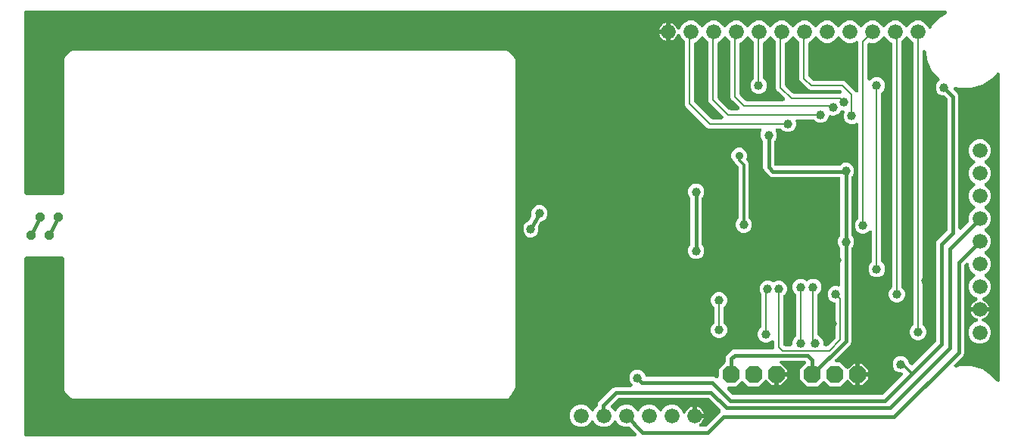
<source format=gbr>
G04 EAGLE Gerber RS-274X export*
G75*
%MOMM*%
%FSLAX34Y34*%
%LPD*%
%INBottom Copper*%
%IPPOS*%
%AMOC8*
5,1,8,0,0,1.08239X$1,22.5*%
G01*
%ADD10P,2.089446X8X112.500000*%
%ADD11C,1.676400*%
%ADD12C,0.406400*%
%ADD13C,0.203200*%
%ADD14C,1.008000*%
%ADD15C,0.908000*%
%ADD16P,1.091049X8X22.500000*%
%ADD17C,0.304800*%
%ADD18C,0.914400*%

G36*
X180034Y15750D02*
X180034Y15750D01*
X180043Y15749D01*
X180236Y15770D01*
X180426Y15789D01*
X180434Y15791D01*
X180443Y15792D01*
X180628Y15851D01*
X180811Y15907D01*
X180819Y15911D01*
X180827Y15914D01*
X180995Y16007D01*
X181165Y16099D01*
X181172Y16104D01*
X181180Y16109D01*
X181327Y16233D01*
X181474Y16356D01*
X181480Y16363D01*
X181487Y16369D01*
X181606Y16521D01*
X181726Y16670D01*
X181731Y16678D01*
X181736Y16685D01*
X181824Y16858D01*
X181912Y17027D01*
X181914Y17036D01*
X181918Y17044D01*
X181970Y17230D01*
X182023Y17414D01*
X182024Y17423D01*
X182026Y17432D01*
X182041Y17625D01*
X182056Y17816D01*
X182055Y17824D01*
X182056Y17833D01*
X182032Y18026D01*
X182009Y18215D01*
X182007Y18224D01*
X182005Y18233D01*
X181944Y18415D01*
X181884Y18598D01*
X181880Y18606D01*
X181877Y18614D01*
X181781Y18781D01*
X181687Y18949D01*
X181681Y18956D01*
X181676Y18963D01*
X181462Y19216D01*
X174949Y25729D01*
X174932Y25743D01*
X174917Y25760D01*
X174777Y25870D01*
X174638Y25984D01*
X174618Y25994D01*
X174600Y26008D01*
X174440Y26089D01*
X174282Y26172D01*
X174261Y26179D01*
X174240Y26189D01*
X174067Y26236D01*
X173896Y26287D01*
X173874Y26289D01*
X173852Y26295D01*
X173674Y26307D01*
X173495Y26324D01*
X173473Y26321D01*
X173450Y26323D01*
X173273Y26299D01*
X173216Y26293D01*
X168084Y26293D01*
X163509Y28188D01*
X160008Y31689D01*
X159737Y32345D01*
X159732Y32353D01*
X159730Y32361D01*
X159638Y32530D01*
X159546Y32700D01*
X159541Y32707D01*
X159536Y32715D01*
X159413Y32861D01*
X159290Y33010D01*
X159283Y33016D01*
X159277Y33023D01*
X159127Y33143D01*
X158977Y33264D01*
X158970Y33268D01*
X158963Y33274D01*
X158793Y33361D01*
X158621Y33451D01*
X158612Y33454D01*
X158604Y33458D01*
X158422Y33509D01*
X158235Y33564D01*
X158225Y33565D01*
X158217Y33567D01*
X158027Y33582D01*
X157833Y33599D01*
X157825Y33598D01*
X157816Y33598D01*
X157626Y33575D01*
X157433Y33554D01*
X157425Y33551D01*
X157416Y33550D01*
X157235Y33490D01*
X157050Y33430D01*
X157042Y33426D01*
X157034Y33423D01*
X156866Y33328D01*
X156699Y33234D01*
X156692Y33228D01*
X156684Y33224D01*
X156538Y33097D01*
X156393Y32972D01*
X156387Y32965D01*
X156380Y32959D01*
X156264Y32808D01*
X156144Y32655D01*
X156140Y32647D01*
X156135Y32640D01*
X155983Y32345D01*
X155712Y31689D01*
X152211Y28188D01*
X151221Y27778D01*
X147636Y26293D01*
X142684Y26293D01*
X138109Y28188D01*
X134608Y31689D01*
X134337Y32345D01*
X134332Y32353D01*
X134330Y32361D01*
X134238Y32530D01*
X134146Y32700D01*
X134141Y32707D01*
X134136Y32715D01*
X134013Y32861D01*
X133890Y33010D01*
X133883Y33016D01*
X133877Y33023D01*
X133727Y33143D01*
X133577Y33264D01*
X133570Y33268D01*
X133563Y33274D01*
X133393Y33361D01*
X133221Y33451D01*
X133212Y33454D01*
X133204Y33458D01*
X133022Y33509D01*
X132835Y33564D01*
X132825Y33565D01*
X132817Y33567D01*
X132627Y33582D01*
X132433Y33599D01*
X132425Y33598D01*
X132416Y33598D01*
X132226Y33575D01*
X132033Y33554D01*
X132025Y33551D01*
X132016Y33550D01*
X131835Y33490D01*
X131650Y33430D01*
X131642Y33426D01*
X131634Y33423D01*
X131466Y33328D01*
X131299Y33234D01*
X131292Y33228D01*
X131284Y33224D01*
X131138Y33097D01*
X130993Y32972D01*
X130987Y32965D01*
X130980Y32959D01*
X130864Y32808D01*
X130744Y32655D01*
X130740Y32647D01*
X130735Y32640D01*
X130583Y32345D01*
X130312Y31689D01*
X126811Y28188D01*
X125821Y27778D01*
X122236Y26293D01*
X117284Y26293D01*
X112709Y28188D01*
X109208Y31689D01*
X107313Y36264D01*
X107313Y41216D01*
X109208Y45791D01*
X112709Y49292D01*
X117284Y51187D01*
X122236Y51187D01*
X126811Y49292D01*
X130312Y45791D01*
X130583Y45135D01*
X130588Y45127D01*
X130590Y45119D01*
X130682Y44950D01*
X130774Y44780D01*
X130779Y44773D01*
X130784Y44765D01*
X130907Y44619D01*
X131030Y44470D01*
X131037Y44464D01*
X131043Y44457D01*
X131194Y44337D01*
X131343Y44216D01*
X131351Y44212D01*
X131358Y44206D01*
X131530Y44118D01*
X131699Y44029D01*
X131708Y44026D01*
X131716Y44022D01*
X131902Y43970D01*
X132086Y43916D01*
X132094Y43915D01*
X132103Y43913D01*
X132295Y43898D01*
X132487Y43881D01*
X132496Y43882D01*
X132505Y43882D01*
X132696Y43905D01*
X132887Y43926D01*
X132895Y43929D01*
X132904Y43930D01*
X133088Y43991D01*
X133270Y44050D01*
X133278Y44054D01*
X133286Y44057D01*
X133455Y44153D01*
X133622Y44246D01*
X133628Y44252D01*
X133636Y44256D01*
X133782Y44383D01*
X133927Y44508D01*
X133933Y44515D01*
X133940Y44521D01*
X134057Y44673D01*
X134176Y44825D01*
X134180Y44833D01*
X134185Y44840D01*
X134337Y45135D01*
X134608Y45791D01*
X138088Y49271D01*
X138105Y49291D01*
X138126Y49309D01*
X138233Y49447D01*
X138343Y49582D01*
X138356Y49606D01*
X138372Y49627D01*
X138450Y49784D01*
X138532Y49938D01*
X138540Y49963D01*
X138552Y49988D01*
X138597Y50157D01*
X138647Y50324D01*
X138649Y50350D01*
X138656Y50376D01*
X138683Y50707D01*
X138683Y52013D01*
X139611Y54254D01*
X155526Y70169D01*
X157767Y71097D01*
X175283Y71097D01*
X175292Y71098D01*
X175301Y71097D01*
X175493Y71118D01*
X175684Y71137D01*
X175693Y71139D01*
X175701Y71140D01*
X175884Y71198D01*
X176069Y71255D01*
X176077Y71259D01*
X176085Y71262D01*
X176254Y71355D01*
X176423Y71447D01*
X176430Y71452D01*
X176438Y71457D01*
X176585Y71582D01*
X176732Y71704D01*
X176738Y71711D01*
X176745Y71717D01*
X176865Y71869D01*
X176985Y72018D01*
X176989Y72026D01*
X176994Y72033D01*
X177080Y72203D01*
X177170Y72375D01*
X177172Y72384D01*
X177177Y72392D01*
X177228Y72578D01*
X177281Y72762D01*
X177282Y72771D01*
X177285Y72780D01*
X177299Y72972D01*
X177314Y73164D01*
X177313Y73172D01*
X177314Y73181D01*
X177290Y73374D01*
X177267Y73563D01*
X177265Y73572D01*
X177264Y73581D01*
X177202Y73764D01*
X177143Y73946D01*
X177138Y73954D01*
X177135Y73962D01*
X177040Y74128D01*
X176945Y74297D01*
X176939Y74304D01*
X176934Y74311D01*
X176720Y74564D01*
X175161Y76123D01*
X173775Y79469D01*
X173775Y83091D01*
X175161Y86437D01*
X177723Y88999D01*
X181069Y90385D01*
X184691Y90385D01*
X188037Y88999D01*
X190599Y86437D01*
X191794Y83551D01*
X191805Y83531D01*
X191812Y83510D01*
X191900Y83354D01*
X191985Y83196D01*
X191999Y83179D01*
X192010Y83159D01*
X192127Y83024D01*
X192241Y82885D01*
X192258Y82871D01*
X192273Y82854D01*
X192414Y82745D01*
X192554Y82632D01*
X192573Y82621D01*
X192591Y82608D01*
X192752Y82528D01*
X192910Y82445D01*
X192931Y82438D01*
X192951Y82428D01*
X193125Y82382D01*
X193297Y82332D01*
X193319Y82330D01*
X193340Y82324D01*
X193671Y82297D01*
X267913Y82297D01*
X270153Y81369D01*
X270216Y81306D01*
X270223Y81301D01*
X270228Y81294D01*
X270378Y81174D01*
X270527Y81051D01*
X270535Y81047D01*
X270542Y81042D01*
X270712Y80953D01*
X270883Y80863D01*
X270891Y80860D01*
X270899Y80856D01*
X271085Y80803D01*
X271269Y80748D01*
X271278Y80747D01*
X271286Y80745D01*
X271478Y80729D01*
X271670Y80711D01*
X271679Y80712D01*
X271688Y80712D01*
X271878Y80734D01*
X272070Y80755D01*
X272079Y80758D01*
X272087Y80759D01*
X272270Y80818D01*
X272454Y80876D01*
X272462Y80881D01*
X272470Y80883D01*
X272637Y80978D01*
X272806Y81071D01*
X272813Y81077D01*
X272821Y81081D01*
X272966Y81207D01*
X273113Y81332D01*
X273119Y81339D01*
X273126Y81345D01*
X273243Y81496D01*
X273363Y81648D01*
X273367Y81656D01*
X273372Y81663D01*
X273458Y81835D01*
X273545Y82006D01*
X273548Y82015D01*
X273552Y82023D01*
X273602Y82210D01*
X273653Y82394D01*
X273654Y82403D01*
X273656Y82412D01*
X273683Y82743D01*
X273683Y90782D01*
X280708Y97807D01*
X280725Y97827D01*
X280746Y97845D01*
X280853Y97983D01*
X280963Y98118D01*
X280976Y98142D01*
X280992Y98163D01*
X281070Y98320D01*
X281152Y98474D01*
X281160Y98499D01*
X281172Y98524D01*
X281217Y98693D01*
X281267Y98860D01*
X281269Y98886D01*
X281276Y98912D01*
X281303Y99243D01*
X281303Y103753D01*
X282231Y105994D01*
X288086Y111849D01*
X290327Y112777D01*
X333704Y112777D01*
X333722Y112779D01*
X333740Y112777D01*
X333922Y112798D01*
X334105Y112817D01*
X334122Y112822D01*
X334139Y112824D01*
X334314Y112881D01*
X334490Y112935D01*
X334505Y112943D01*
X334522Y112949D01*
X334682Y113039D01*
X334844Y113127D01*
X334857Y113138D01*
X334873Y113147D01*
X335012Y113267D01*
X335153Y113384D01*
X335164Y113398D01*
X335178Y113410D01*
X335290Y113555D01*
X335405Y113698D01*
X335413Y113714D01*
X335424Y113728D01*
X335506Y113893D01*
X335591Y114055D01*
X335596Y114072D01*
X335604Y114088D01*
X335651Y114267D01*
X335702Y114442D01*
X335704Y114460D01*
X335708Y114477D01*
X335735Y114808D01*
X335735Y121411D01*
X335734Y121420D01*
X335735Y121429D01*
X335714Y121621D01*
X335695Y121812D01*
X335693Y121821D01*
X335692Y121829D01*
X335634Y122013D01*
X335577Y122197D01*
X335573Y122205D01*
X335570Y122213D01*
X335477Y122382D01*
X335385Y122551D01*
X335380Y122558D01*
X335375Y122566D01*
X335250Y122713D01*
X335128Y122860D01*
X335121Y122866D01*
X335115Y122873D01*
X334963Y122993D01*
X334814Y123113D01*
X334806Y123117D01*
X334799Y123122D01*
X334626Y123210D01*
X334457Y123298D01*
X334448Y123300D01*
X334440Y123305D01*
X334255Y123356D01*
X334070Y123409D01*
X334061Y123410D01*
X334052Y123413D01*
X333860Y123427D01*
X333668Y123442D01*
X333660Y123441D01*
X333651Y123442D01*
X333459Y123418D01*
X333269Y123395D01*
X333260Y123393D01*
X333251Y123391D01*
X333069Y123330D01*
X332886Y123271D01*
X332878Y123266D01*
X332870Y123263D01*
X332702Y123167D01*
X332535Y123073D01*
X332528Y123067D01*
X332521Y123062D01*
X332268Y122848D01*
X331749Y122329D01*
X328403Y120943D01*
X324781Y120943D01*
X321435Y122329D01*
X318873Y124891D01*
X317487Y128237D01*
X317487Y131859D01*
X318873Y135205D01*
X320916Y137248D01*
X320933Y137269D01*
X320954Y137287D01*
X321061Y137425D01*
X321171Y137560D01*
X321184Y137584D01*
X321200Y137605D01*
X321278Y137762D01*
X321360Y137916D01*
X321368Y137941D01*
X321380Y137965D01*
X321425Y138135D01*
X321475Y138302D01*
X321477Y138328D01*
X321484Y138354D01*
X321511Y138685D01*
X321511Y174243D01*
X321509Y174270D01*
X321511Y174297D01*
X321489Y174471D01*
X321471Y174644D01*
X321464Y174669D01*
X321460Y174696D01*
X321405Y174862D01*
X321353Y175029D01*
X321340Y175052D01*
X321332Y175078D01*
X321245Y175229D01*
X321161Y175383D01*
X321144Y175403D01*
X321131Y175427D01*
X320916Y175680D01*
X320905Y175691D01*
X319519Y179037D01*
X319519Y182659D01*
X320905Y186005D01*
X323467Y188567D01*
X326813Y189953D01*
X330435Y189953D01*
X333943Y188500D01*
X333968Y188492D01*
X333992Y188480D01*
X334160Y188434D01*
X334328Y188383D01*
X334355Y188381D01*
X334381Y188374D01*
X334555Y188362D01*
X334729Y188345D01*
X334755Y188348D01*
X334782Y188346D01*
X334956Y188369D01*
X335129Y188387D01*
X335155Y188395D01*
X335181Y188398D01*
X335497Y188500D01*
X339005Y189953D01*
X342627Y189953D01*
X345973Y188567D01*
X348535Y186005D01*
X349921Y182659D01*
X349921Y179037D01*
X348535Y175691D01*
X346492Y173648D01*
X346475Y173627D01*
X346454Y173609D01*
X346347Y173471D01*
X346237Y173336D01*
X346224Y173312D01*
X346208Y173291D01*
X346130Y173134D01*
X346048Y172980D01*
X346040Y172955D01*
X346028Y172931D01*
X345983Y172761D01*
X345933Y172594D01*
X345931Y172568D01*
X345924Y172542D01*
X345897Y172211D01*
X345897Y118872D01*
X345899Y118854D01*
X345897Y118836D01*
X345918Y118654D01*
X345937Y118471D01*
X345942Y118454D01*
X345944Y118437D01*
X346001Y118262D01*
X346055Y118086D01*
X346063Y118071D01*
X346069Y118054D01*
X346159Y117894D01*
X346247Y117732D01*
X346258Y117719D01*
X346267Y117703D01*
X346387Y117564D01*
X346504Y117423D01*
X346518Y117412D01*
X346530Y117398D01*
X346675Y117286D01*
X346818Y117171D01*
X346834Y117163D01*
X346848Y117152D01*
X347013Y117070D01*
X347175Y116985D01*
X347192Y116980D01*
X347208Y116972D01*
X347387Y116925D01*
X347562Y116874D01*
X347580Y116872D01*
X347597Y116868D01*
X347928Y116841D01*
X354064Y116841D01*
X354082Y116843D01*
X354100Y116841D01*
X354282Y116862D01*
X354465Y116881D01*
X354482Y116886D01*
X354499Y116888D01*
X354674Y116945D01*
X354850Y116999D01*
X354865Y117007D01*
X354882Y117013D01*
X355042Y117103D01*
X355204Y117191D01*
X355217Y117202D01*
X355233Y117211D01*
X355372Y117331D01*
X355513Y117448D01*
X355524Y117462D01*
X355538Y117474D01*
X355650Y117619D01*
X355765Y117762D01*
X355773Y117778D01*
X355784Y117792D01*
X355866Y117957D01*
X355951Y118119D01*
X355956Y118136D01*
X355964Y118152D01*
X356011Y118331D01*
X356062Y118506D01*
X356064Y118524D01*
X356068Y118541D01*
X356095Y118872D01*
X356095Y121699D01*
X357481Y125045D01*
X359524Y127088D01*
X359541Y127109D01*
X359562Y127127D01*
X359669Y127265D01*
X359779Y127400D01*
X359792Y127424D01*
X359808Y127445D01*
X359886Y127602D01*
X359968Y127756D01*
X359976Y127781D01*
X359988Y127805D01*
X360033Y127975D01*
X360083Y128142D01*
X360085Y128168D01*
X360092Y128194D01*
X360119Y128525D01*
X360119Y174243D01*
X360117Y174270D01*
X360119Y174297D01*
X360097Y174471D01*
X360079Y174644D01*
X360072Y174669D01*
X360068Y174696D01*
X360013Y174862D01*
X359961Y175029D01*
X359948Y175052D01*
X359940Y175078D01*
X359853Y175229D01*
X359769Y175383D01*
X359752Y175403D01*
X359739Y175427D01*
X359524Y175680D01*
X357481Y177723D01*
X356095Y181069D01*
X356095Y184691D01*
X357481Y188037D01*
X360043Y190599D01*
X363389Y191985D01*
X367011Y191985D01*
X370357Y190599D01*
X370876Y190080D01*
X370889Y190069D01*
X370901Y190055D01*
X371045Y189942D01*
X371187Y189825D01*
X371203Y189817D01*
X371217Y189806D01*
X371380Y189723D01*
X371543Y189637D01*
X371560Y189632D01*
X371576Y189623D01*
X371753Y189574D01*
X371929Y189522D01*
X371947Y189520D01*
X371964Y189515D01*
X372147Y189502D01*
X372330Y189485D01*
X372347Y189487D01*
X372365Y189486D01*
X372547Y189509D01*
X372730Y189529D01*
X372747Y189534D01*
X372765Y189537D01*
X372939Y189595D01*
X373114Y189650D01*
X373129Y189659D01*
X373146Y189665D01*
X373306Y189757D01*
X373466Y189845D01*
X373480Y189857D01*
X373495Y189866D01*
X373748Y190080D01*
X374267Y190599D01*
X377613Y191985D01*
X381235Y191985D01*
X384581Y190599D01*
X387143Y188037D01*
X388529Y184691D01*
X388529Y181069D01*
X387143Y177723D01*
X385100Y175680D01*
X385083Y175659D01*
X385062Y175641D01*
X384955Y175503D01*
X384845Y175368D01*
X384832Y175344D01*
X384816Y175323D01*
X384738Y175166D01*
X384656Y175012D01*
X384648Y174987D01*
X384636Y174963D01*
X384591Y174793D01*
X384541Y174626D01*
X384539Y174600D01*
X384532Y174574D01*
X384505Y174243D01*
X384505Y129837D01*
X384507Y129815D01*
X384505Y129793D01*
X384527Y129615D01*
X384545Y129437D01*
X384551Y129415D01*
X384554Y129393D01*
X384610Y129223D01*
X384663Y129052D01*
X384673Y129032D01*
X384680Y129011D01*
X384769Y128855D01*
X384855Y128698D01*
X384869Y128681D01*
X384880Y128661D01*
X384998Y128526D01*
X385112Y128388D01*
X385130Y128375D01*
X385144Y128358D01*
X385287Y128248D01*
X385426Y128136D01*
X385446Y128126D01*
X385464Y128112D01*
X385759Y127961D01*
X386613Y127607D01*
X389175Y125045D01*
X390561Y121699D01*
X390561Y118872D01*
X390563Y118854D01*
X390561Y118836D01*
X390582Y118654D01*
X390601Y118471D01*
X390606Y118454D01*
X390608Y118437D01*
X390665Y118262D01*
X390719Y118086D01*
X390727Y118071D01*
X390733Y118054D01*
X390823Y117894D01*
X390911Y117732D01*
X390922Y117719D01*
X390931Y117703D01*
X391051Y117564D01*
X391168Y117423D01*
X391182Y117412D01*
X391194Y117398D01*
X391339Y117286D01*
X391482Y117171D01*
X391498Y117163D01*
X391512Y117152D01*
X391677Y117070D01*
X391839Y116985D01*
X391856Y116980D01*
X391872Y116972D01*
X392051Y116925D01*
X392226Y116874D01*
X392244Y116872D01*
X392261Y116868D01*
X392592Y116841D01*
X394766Y116841D01*
X394793Y116843D01*
X394819Y116841D01*
X394993Y116863D01*
X395167Y116881D01*
X395192Y116888D01*
X395219Y116892D01*
X395385Y116947D01*
X395552Y116999D01*
X395575Y117012D01*
X395601Y117020D01*
X395752Y117107D01*
X395906Y117191D01*
X395926Y117208D01*
X395949Y117221D01*
X396202Y117436D01*
X404228Y125462D01*
X404245Y125482D01*
X404266Y125500D01*
X404373Y125638D01*
X404483Y125773D01*
X404496Y125797D01*
X404512Y125818D01*
X404590Y125975D01*
X404672Y126129D01*
X404680Y126154D01*
X404692Y126178D01*
X404737Y126348D01*
X404787Y126515D01*
X404789Y126541D01*
X404796Y126567D01*
X404823Y126898D01*
X404823Y163616D01*
X404821Y163634D01*
X404823Y163652D01*
X404802Y163834D01*
X404783Y164017D01*
X404778Y164034D01*
X404776Y164051D01*
X404719Y164226D01*
X404665Y164402D01*
X404657Y164417D01*
X404651Y164434D01*
X404561Y164594D01*
X404473Y164756D01*
X404462Y164769D01*
X404453Y164785D01*
X404333Y164924D01*
X404216Y165065D01*
X404202Y165076D01*
X404190Y165090D01*
X404045Y165202D01*
X403902Y165317D01*
X403886Y165325D01*
X403872Y165336D01*
X403707Y165418D01*
X403545Y165503D01*
X403528Y165508D01*
X403512Y165516D01*
X403333Y165563D01*
X403158Y165614D01*
X403140Y165616D01*
X403123Y165620D01*
X403067Y165625D01*
X399667Y167033D01*
X397105Y169595D01*
X395719Y172941D01*
X395719Y176563D01*
X397105Y179909D01*
X399667Y182471D01*
X403013Y183857D01*
X406635Y183857D01*
X407095Y183666D01*
X407107Y183662D01*
X407119Y183656D01*
X407301Y183604D01*
X407480Y183550D01*
X407493Y183549D01*
X407506Y183545D01*
X407695Y183529D01*
X407881Y183512D01*
X407894Y183513D01*
X407908Y183512D01*
X408094Y183534D01*
X408281Y183553D01*
X408294Y183557D01*
X408307Y183559D01*
X408486Y183617D01*
X408666Y183673D01*
X408677Y183680D01*
X408690Y183684D01*
X408855Y183777D01*
X409019Y183866D01*
X409029Y183875D01*
X409041Y183882D01*
X409184Y184005D01*
X409327Y184126D01*
X409335Y184136D01*
X409346Y184145D01*
X409460Y184293D01*
X409578Y184440D01*
X409584Y184452D01*
X409592Y184463D01*
X409676Y184631D01*
X409762Y184799D01*
X409766Y184811D01*
X409772Y184823D01*
X409820Y185005D01*
X409872Y185186D01*
X409873Y185199D01*
X409876Y185212D01*
X409903Y185543D01*
X409903Y226059D01*
X409901Y226086D01*
X409903Y226113D01*
X409881Y226287D01*
X409863Y226460D01*
X409856Y226485D01*
X409852Y226512D01*
X409797Y226678D01*
X409745Y226845D01*
X409732Y226868D01*
X409724Y226894D01*
X409637Y227045D01*
X409553Y227199D01*
X409536Y227219D01*
X409523Y227243D01*
X409308Y227496D01*
X408281Y228523D01*
X406895Y231869D01*
X406895Y235491D01*
X408281Y238837D01*
X409308Y239864D01*
X409325Y239885D01*
X409346Y239903D01*
X409453Y240041D01*
X409563Y240176D01*
X409576Y240200D01*
X409592Y240221D01*
X409670Y240378D01*
X409752Y240532D01*
X409760Y240557D01*
X409772Y240581D01*
X409817Y240751D01*
X409867Y240918D01*
X409869Y240944D01*
X409876Y240970D01*
X409903Y241301D01*
X409903Y304292D01*
X409901Y304310D01*
X409903Y304328D01*
X409882Y304510D01*
X409863Y304693D01*
X409858Y304710D01*
X409856Y304727D01*
X409799Y304902D01*
X409745Y305078D01*
X409737Y305093D01*
X409731Y305110D01*
X409641Y305270D01*
X409553Y305432D01*
X409542Y305445D01*
X409533Y305461D01*
X409413Y305600D01*
X409296Y305741D01*
X409282Y305752D01*
X409270Y305766D01*
X409125Y305878D01*
X408982Y305993D01*
X408966Y306001D01*
X408952Y306012D01*
X408787Y306094D01*
X408625Y306179D01*
X408608Y306184D01*
X408592Y306192D01*
X408413Y306239D01*
X408238Y306290D01*
X408220Y306292D01*
X408203Y306296D01*
X407872Y306323D01*
X333117Y306323D01*
X330876Y307251D01*
X324471Y313656D01*
X323543Y315897D01*
X323543Y345439D01*
X323541Y345466D01*
X323543Y345493D01*
X323521Y345667D01*
X323503Y345840D01*
X323496Y345865D01*
X323492Y345892D01*
X323437Y346058D01*
X323385Y346225D01*
X323372Y346248D01*
X323364Y346274D01*
X323277Y346425D01*
X323193Y346579D01*
X323176Y346599D01*
X323163Y346623D01*
X322948Y346876D01*
X321921Y347903D01*
X320535Y351249D01*
X320535Y354871D01*
X321778Y357871D01*
X321782Y357884D01*
X321788Y357895D01*
X321840Y358075D01*
X321894Y358256D01*
X321896Y358269D01*
X321899Y358282D01*
X321915Y358470D01*
X321932Y358657D01*
X321931Y358670D01*
X321932Y358684D01*
X321910Y358870D01*
X321891Y359057D01*
X321887Y359070D01*
X321885Y359083D01*
X321827Y359262D01*
X321771Y359442D01*
X321764Y359453D01*
X321760Y359466D01*
X321668Y359630D01*
X321578Y359795D01*
X321569Y359805D01*
X321562Y359817D01*
X321440Y359959D01*
X321318Y360103D01*
X321308Y360111D01*
X321299Y360122D01*
X321151Y360236D01*
X321004Y360354D01*
X320992Y360360D01*
X320981Y360368D01*
X320813Y360452D01*
X320646Y360538D01*
X320633Y360542D01*
X320621Y360548D01*
X320438Y360597D01*
X320258Y360648D01*
X320245Y360649D01*
X320232Y360652D01*
X319901Y360679D01*
X262589Y360679D01*
X260722Y361453D01*
X236941Y385234D01*
X236167Y387101D01*
X236167Y456749D01*
X236165Y456776D01*
X236167Y456802D01*
X236145Y456976D01*
X236127Y457150D01*
X236120Y457175D01*
X236116Y457202D01*
X236061Y457367D01*
X236009Y457535D01*
X235996Y457558D01*
X235988Y457583D01*
X235901Y457735D01*
X235817Y457889D01*
X235800Y457909D01*
X235787Y457932D01*
X235572Y458185D01*
X232148Y461609D01*
X230787Y464895D01*
X230745Y464973D01*
X230712Y465056D01*
X230650Y465150D01*
X230597Y465250D01*
X230540Y465318D01*
X230492Y465393D01*
X230413Y465473D01*
X230341Y465560D01*
X230272Y465616D01*
X230209Y465680D01*
X230116Y465743D01*
X230028Y465814D01*
X229949Y465855D01*
X229876Y465905D01*
X229772Y465949D01*
X229672Y466001D01*
X229586Y466026D01*
X229504Y466060D01*
X229394Y466082D01*
X229285Y466114D01*
X229197Y466122D01*
X229110Y466139D01*
X228996Y466139D01*
X228884Y466149D01*
X228796Y466139D01*
X228707Y466139D01*
X228596Y466116D01*
X228484Y466104D01*
X228399Y466076D01*
X228312Y466059D01*
X228208Y466015D01*
X228101Y465981D01*
X228023Y465937D01*
X227941Y465903D01*
X227848Y465839D01*
X227749Y465784D01*
X227682Y465726D01*
X227608Y465676D01*
X227529Y465596D01*
X227443Y465522D01*
X227388Y465452D01*
X227326Y465389D01*
X227265Y465294D01*
X227195Y465205D01*
X227155Y465126D01*
X227107Y465052D01*
X227052Y464921D01*
X227014Y464846D01*
X227002Y464801D01*
X226979Y464745D01*
X226952Y464662D01*
X226207Y463201D01*
X225244Y461875D01*
X224085Y460716D01*
X222759Y459753D01*
X221298Y459008D01*
X219799Y458521D01*
X219799Y468192D01*
X219797Y468210D01*
X219799Y468227D01*
X219778Y468409D01*
X219759Y468592D01*
X219754Y468609D01*
X219752Y468627D01*
X219739Y468668D01*
X219766Y468762D01*
X219768Y468780D01*
X219772Y468797D01*
X219799Y469128D01*
X219799Y478799D01*
X221298Y478312D01*
X222759Y477567D01*
X224085Y476604D01*
X225244Y475445D01*
X226207Y474119D01*
X226952Y472658D01*
X226979Y472575D01*
X227014Y472493D01*
X227041Y472409D01*
X227095Y472309D01*
X227140Y472206D01*
X227192Y472133D01*
X227234Y472055D01*
X227307Y471969D01*
X227372Y471876D01*
X227436Y471815D01*
X227493Y471747D01*
X227582Y471677D01*
X227664Y471599D01*
X227739Y471552D01*
X227808Y471496D01*
X227909Y471445D01*
X228004Y471384D01*
X228087Y471353D01*
X228166Y471312D01*
X228275Y471282D01*
X228381Y471241D01*
X228468Y471227D01*
X228554Y471203D01*
X228666Y471194D01*
X228778Y471175D01*
X228867Y471178D01*
X228955Y471171D01*
X229067Y471185D01*
X229180Y471189D01*
X229267Y471209D01*
X229355Y471220D01*
X229462Y471256D01*
X229572Y471282D01*
X229653Y471319D01*
X229737Y471347D01*
X229835Y471403D01*
X229938Y471450D01*
X230009Y471502D01*
X230087Y471546D01*
X230172Y471620D01*
X230263Y471687D01*
X230323Y471752D01*
X230390Y471811D01*
X230459Y471900D01*
X230536Y471983D01*
X230582Y472059D01*
X230636Y472130D01*
X230700Y472255D01*
X230744Y472328D01*
X230760Y472371D01*
X230787Y472425D01*
X232148Y475711D01*
X235649Y479212D01*
X240119Y481063D01*
X240224Y481107D01*
X245176Y481107D01*
X249751Y479212D01*
X253252Y475711D01*
X253523Y475055D01*
X253528Y475047D01*
X253530Y475039D01*
X253622Y474870D01*
X253714Y474700D01*
X253719Y474693D01*
X253724Y474685D01*
X253847Y474539D01*
X253970Y474390D01*
X253977Y474384D01*
X253983Y474377D01*
X254134Y474257D01*
X254283Y474136D01*
X254291Y474132D01*
X254298Y474126D01*
X254470Y474038D01*
X254639Y473949D01*
X254648Y473946D01*
X254656Y473942D01*
X254842Y473890D01*
X255026Y473836D01*
X255034Y473835D01*
X255043Y473833D01*
X255235Y473818D01*
X255427Y473801D01*
X255436Y473802D01*
X255445Y473802D01*
X255636Y473825D01*
X255827Y473846D01*
X255835Y473849D01*
X255844Y473850D01*
X256028Y473911D01*
X256210Y473970D01*
X256218Y473974D01*
X256226Y473977D01*
X256395Y474073D01*
X256562Y474166D01*
X256568Y474172D01*
X256576Y474176D01*
X256722Y474303D01*
X256867Y474428D01*
X256873Y474435D01*
X256880Y474441D01*
X256997Y474593D01*
X257116Y474745D01*
X257120Y474753D01*
X257125Y474760D01*
X257277Y475055D01*
X257548Y475711D01*
X261049Y479212D01*
X265519Y481063D01*
X265624Y481107D01*
X270576Y481107D01*
X275151Y479212D01*
X278652Y475711D01*
X278923Y475055D01*
X278928Y475047D01*
X278930Y475039D01*
X279022Y474870D01*
X279114Y474700D01*
X279119Y474693D01*
X279124Y474685D01*
X279247Y474539D01*
X279370Y474390D01*
X279377Y474384D01*
X279383Y474377D01*
X279534Y474257D01*
X279683Y474136D01*
X279691Y474132D01*
X279698Y474126D01*
X279870Y474038D01*
X280039Y473949D01*
X280048Y473946D01*
X280056Y473942D01*
X280242Y473890D01*
X280426Y473836D01*
X280434Y473835D01*
X280443Y473833D01*
X280635Y473818D01*
X280827Y473801D01*
X280836Y473802D01*
X280845Y473802D01*
X281036Y473825D01*
X281227Y473846D01*
X281235Y473849D01*
X281244Y473850D01*
X281428Y473911D01*
X281610Y473970D01*
X281618Y473974D01*
X281626Y473977D01*
X281795Y474073D01*
X281962Y474166D01*
X281968Y474172D01*
X281976Y474176D01*
X282122Y474303D01*
X282267Y474428D01*
X282273Y474435D01*
X282280Y474441D01*
X282397Y474593D01*
X282516Y474745D01*
X282520Y474753D01*
X282525Y474760D01*
X282677Y475055D01*
X282948Y475711D01*
X286449Y479212D01*
X290919Y481063D01*
X291024Y481107D01*
X295976Y481107D01*
X300551Y479212D01*
X304052Y475711D01*
X304323Y475055D01*
X304328Y475047D01*
X304330Y475039D01*
X304422Y474870D01*
X304514Y474700D01*
X304519Y474693D01*
X304524Y474685D01*
X304647Y474539D01*
X304770Y474390D01*
X304777Y474384D01*
X304783Y474377D01*
X304934Y474257D01*
X305083Y474136D01*
X305091Y474132D01*
X305098Y474126D01*
X305270Y474038D01*
X305439Y473949D01*
X305448Y473946D01*
X305456Y473942D01*
X305642Y473890D01*
X305826Y473836D01*
X305834Y473835D01*
X305843Y473833D01*
X306035Y473818D01*
X306227Y473801D01*
X306236Y473802D01*
X306245Y473802D01*
X306436Y473825D01*
X306627Y473846D01*
X306635Y473849D01*
X306644Y473850D01*
X306828Y473911D01*
X307010Y473970D01*
X307018Y473974D01*
X307026Y473977D01*
X307195Y474073D01*
X307362Y474166D01*
X307368Y474172D01*
X307376Y474176D01*
X307522Y474303D01*
X307667Y474428D01*
X307673Y474435D01*
X307680Y474441D01*
X307797Y474593D01*
X307916Y474745D01*
X307920Y474753D01*
X307925Y474760D01*
X308077Y475055D01*
X308348Y475711D01*
X311849Y479212D01*
X316319Y481063D01*
X316424Y481107D01*
X321376Y481107D01*
X325951Y479212D01*
X329452Y475711D01*
X329723Y475055D01*
X329728Y475047D01*
X329730Y475039D01*
X329822Y474870D01*
X329914Y474700D01*
X329919Y474693D01*
X329924Y474685D01*
X330047Y474539D01*
X330170Y474390D01*
X330177Y474384D01*
X330183Y474377D01*
X330334Y474257D01*
X330483Y474136D01*
X330491Y474132D01*
X330498Y474126D01*
X330670Y474038D01*
X330839Y473949D01*
X330848Y473946D01*
X330856Y473942D01*
X331042Y473890D01*
X331226Y473836D01*
X331234Y473835D01*
X331243Y473833D01*
X331435Y473818D01*
X331627Y473801D01*
X331636Y473802D01*
X331645Y473802D01*
X331836Y473825D01*
X332027Y473846D01*
X332035Y473849D01*
X332044Y473850D01*
X332228Y473911D01*
X332410Y473970D01*
X332418Y473974D01*
X332426Y473977D01*
X332595Y474073D01*
X332762Y474166D01*
X332768Y474172D01*
X332776Y474176D01*
X332922Y474303D01*
X333067Y474428D01*
X333073Y474435D01*
X333080Y474441D01*
X333197Y474593D01*
X333316Y474745D01*
X333320Y474753D01*
X333325Y474760D01*
X333477Y475055D01*
X333748Y475711D01*
X337249Y479212D01*
X341719Y481063D01*
X341824Y481107D01*
X346776Y481107D01*
X351351Y479212D01*
X354852Y475711D01*
X355123Y475055D01*
X355128Y475047D01*
X355130Y475039D01*
X355222Y474870D01*
X355314Y474700D01*
X355319Y474693D01*
X355324Y474685D01*
X355447Y474539D01*
X355570Y474390D01*
X355577Y474384D01*
X355583Y474377D01*
X355734Y474257D01*
X355883Y474136D01*
X355891Y474132D01*
X355898Y474126D01*
X356070Y474038D01*
X356239Y473949D01*
X356248Y473946D01*
X356256Y473942D01*
X356442Y473890D01*
X356626Y473836D01*
X356634Y473835D01*
X356643Y473833D01*
X356835Y473818D01*
X357027Y473801D01*
X357036Y473802D01*
X357045Y473802D01*
X357236Y473825D01*
X357427Y473846D01*
X357435Y473849D01*
X357444Y473850D01*
X357628Y473911D01*
X357810Y473970D01*
X357818Y473974D01*
X357826Y473977D01*
X357995Y474073D01*
X358162Y474166D01*
X358168Y474172D01*
X358176Y474176D01*
X358322Y474303D01*
X358467Y474428D01*
X358473Y474435D01*
X358480Y474441D01*
X358597Y474593D01*
X358716Y474745D01*
X358720Y474753D01*
X358725Y474760D01*
X358877Y475055D01*
X359148Y475711D01*
X362649Y479212D01*
X367119Y481063D01*
X367224Y481107D01*
X372176Y481107D01*
X376751Y479212D01*
X380252Y475711D01*
X380523Y475055D01*
X380528Y475047D01*
X380530Y475039D01*
X380622Y474870D01*
X380714Y474700D01*
X380719Y474693D01*
X380724Y474685D01*
X380847Y474539D01*
X380970Y474390D01*
X380977Y474384D01*
X380983Y474377D01*
X381134Y474257D01*
X381283Y474136D01*
X381291Y474132D01*
X381298Y474126D01*
X381470Y474038D01*
X381639Y473949D01*
X381648Y473946D01*
X381656Y473942D01*
X381842Y473890D01*
X382026Y473836D01*
X382034Y473835D01*
X382043Y473833D01*
X382235Y473818D01*
X382427Y473801D01*
X382436Y473802D01*
X382445Y473802D01*
X382636Y473825D01*
X382827Y473846D01*
X382835Y473849D01*
X382844Y473850D01*
X383028Y473911D01*
X383210Y473970D01*
X383218Y473974D01*
X383226Y473977D01*
X383395Y474073D01*
X383562Y474166D01*
X383568Y474172D01*
X383576Y474176D01*
X383722Y474303D01*
X383867Y474428D01*
X383873Y474435D01*
X383880Y474441D01*
X383997Y474593D01*
X384116Y474745D01*
X384120Y474753D01*
X384125Y474760D01*
X384277Y475055D01*
X384548Y475711D01*
X388049Y479212D01*
X392519Y481063D01*
X392624Y481107D01*
X397576Y481107D01*
X402151Y479212D01*
X405652Y475711D01*
X405923Y475055D01*
X405928Y475047D01*
X405930Y475039D01*
X406022Y474870D01*
X406114Y474700D01*
X406119Y474693D01*
X406124Y474685D01*
X406247Y474539D01*
X406370Y474390D01*
X406377Y474384D01*
X406383Y474377D01*
X406534Y474257D01*
X406683Y474136D01*
X406691Y474132D01*
X406698Y474126D01*
X406870Y474038D01*
X407039Y473949D01*
X407048Y473946D01*
X407056Y473942D01*
X407242Y473890D01*
X407426Y473836D01*
X407434Y473835D01*
X407443Y473833D01*
X407635Y473818D01*
X407827Y473801D01*
X407836Y473802D01*
X407845Y473802D01*
X408036Y473825D01*
X408227Y473846D01*
X408235Y473849D01*
X408244Y473850D01*
X408428Y473911D01*
X408610Y473970D01*
X408618Y473974D01*
X408626Y473977D01*
X408795Y474073D01*
X408962Y474166D01*
X408968Y474172D01*
X408976Y474176D01*
X409122Y474303D01*
X409267Y474428D01*
X409273Y474435D01*
X409280Y474441D01*
X409397Y474593D01*
X409516Y474745D01*
X409520Y474753D01*
X409525Y474760D01*
X409677Y475055D01*
X409948Y475711D01*
X413449Y479212D01*
X417919Y481063D01*
X418024Y481107D01*
X422976Y481107D01*
X427551Y479212D01*
X431052Y475711D01*
X431323Y475055D01*
X431328Y475047D01*
X431330Y475039D01*
X431422Y474870D01*
X431514Y474700D01*
X431519Y474693D01*
X431524Y474685D01*
X431647Y474539D01*
X431770Y474390D01*
X431777Y474384D01*
X431783Y474377D01*
X431934Y474257D01*
X432083Y474136D01*
X432091Y474132D01*
X432098Y474126D01*
X432270Y474038D01*
X432439Y473949D01*
X432448Y473946D01*
X432456Y473942D01*
X432642Y473890D01*
X432826Y473836D01*
X432834Y473835D01*
X432843Y473833D01*
X433035Y473818D01*
X433227Y473801D01*
X433236Y473802D01*
X433245Y473802D01*
X433436Y473825D01*
X433627Y473846D01*
X433635Y473849D01*
X433644Y473850D01*
X433828Y473911D01*
X434010Y473970D01*
X434018Y473974D01*
X434026Y473977D01*
X434195Y474073D01*
X434362Y474166D01*
X434368Y474172D01*
X434376Y474176D01*
X434522Y474303D01*
X434667Y474428D01*
X434673Y474435D01*
X434680Y474441D01*
X434797Y474593D01*
X434916Y474745D01*
X434920Y474753D01*
X434925Y474760D01*
X435077Y475055D01*
X435348Y475711D01*
X438849Y479212D01*
X443319Y481063D01*
X443424Y481107D01*
X448376Y481107D01*
X452951Y479212D01*
X456452Y475711D01*
X456723Y475055D01*
X456728Y475047D01*
X456730Y475039D01*
X456822Y474870D01*
X456914Y474700D01*
X456919Y474693D01*
X456924Y474685D01*
X457047Y474539D01*
X457170Y474390D01*
X457177Y474384D01*
X457183Y474377D01*
X457334Y474257D01*
X457483Y474136D01*
X457491Y474132D01*
X457498Y474126D01*
X457670Y474038D01*
X457839Y473949D01*
X457848Y473946D01*
X457856Y473942D01*
X458042Y473890D01*
X458226Y473836D01*
X458234Y473835D01*
X458243Y473833D01*
X458435Y473818D01*
X458627Y473801D01*
X458636Y473802D01*
X458645Y473802D01*
X458836Y473825D01*
X459027Y473846D01*
X459035Y473849D01*
X459044Y473850D01*
X459228Y473911D01*
X459410Y473970D01*
X459418Y473974D01*
X459426Y473977D01*
X459595Y474073D01*
X459762Y474166D01*
X459768Y474172D01*
X459776Y474176D01*
X459922Y474303D01*
X460067Y474428D01*
X460073Y474435D01*
X460080Y474441D01*
X460197Y474593D01*
X460316Y474745D01*
X460320Y474753D01*
X460325Y474760D01*
X460477Y475055D01*
X460748Y475711D01*
X464249Y479212D01*
X468719Y481063D01*
X468824Y481107D01*
X473776Y481107D01*
X478351Y479212D01*
X481852Y475711D01*
X482123Y475055D01*
X482128Y475047D01*
X482130Y475039D01*
X482222Y474870D01*
X482314Y474700D01*
X482319Y474693D01*
X482324Y474685D01*
X482447Y474539D01*
X482570Y474390D01*
X482577Y474384D01*
X482583Y474377D01*
X482734Y474257D01*
X482883Y474136D01*
X482891Y474132D01*
X482898Y474126D01*
X483070Y474038D01*
X483239Y473949D01*
X483248Y473946D01*
X483256Y473942D01*
X483442Y473890D01*
X483626Y473836D01*
X483634Y473835D01*
X483643Y473833D01*
X483835Y473818D01*
X484027Y473801D01*
X484036Y473802D01*
X484045Y473802D01*
X484236Y473825D01*
X484427Y473846D01*
X484435Y473849D01*
X484444Y473850D01*
X484628Y473911D01*
X484810Y473970D01*
X484818Y473974D01*
X484826Y473977D01*
X484995Y474073D01*
X485162Y474166D01*
X485168Y474172D01*
X485176Y474176D01*
X485322Y474303D01*
X485467Y474428D01*
X485473Y474435D01*
X485480Y474441D01*
X485597Y474593D01*
X485716Y474745D01*
X485720Y474753D01*
X485725Y474760D01*
X485877Y475055D01*
X486148Y475711D01*
X489649Y479212D01*
X494119Y481063D01*
X494224Y481107D01*
X499176Y481107D01*
X503751Y479212D01*
X507252Y475711D01*
X508256Y473285D01*
X508339Y473132D01*
X508417Y472976D01*
X508434Y472955D01*
X508447Y472930D01*
X508558Y472796D01*
X508665Y472659D01*
X508685Y472641D01*
X508703Y472620D01*
X508838Y472511D01*
X508970Y472397D01*
X508994Y472384D01*
X509016Y472366D01*
X509169Y472286D01*
X509322Y472200D01*
X509348Y472192D01*
X509372Y472179D01*
X509539Y472130D01*
X509705Y472077D01*
X509732Y472074D01*
X509759Y472066D01*
X509932Y472051D01*
X510105Y472032D01*
X510132Y472034D01*
X510160Y472032D01*
X510332Y472051D01*
X510506Y472066D01*
X510533Y472074D01*
X510560Y472077D01*
X510725Y472130D01*
X510893Y472179D01*
X510917Y472191D01*
X510943Y472200D01*
X511095Y472285D01*
X511249Y472366D01*
X511271Y472383D01*
X511295Y472396D01*
X511427Y472509D01*
X511562Y472619D01*
X511580Y472640D01*
X511600Y472658D01*
X511708Y472795D01*
X511819Y472929D01*
X511834Y472956D01*
X511849Y472975D01*
X511886Y473050D01*
X511981Y473219D01*
X512410Y474158D01*
X520738Y483770D01*
X528116Y488511D01*
X528136Y488527D01*
X528157Y488539D01*
X528293Y488652D01*
X528432Y488761D01*
X528448Y488780D01*
X528467Y488796D01*
X528577Y488934D01*
X528691Y489069D01*
X528703Y489091D01*
X528719Y489110D01*
X528800Y489266D01*
X528886Y489422D01*
X528893Y489445D01*
X528905Y489467D01*
X528953Y489637D01*
X529006Y489806D01*
X529009Y489830D01*
X529016Y489854D01*
X529030Y490031D01*
X529049Y490206D01*
X529047Y490231D01*
X529049Y490256D01*
X529028Y490431D01*
X529012Y490607D01*
X529005Y490631D01*
X529002Y490655D01*
X528947Y490823D01*
X528897Y490993D01*
X528885Y491014D01*
X528877Y491038D01*
X528790Y491192D01*
X528707Y491348D01*
X528691Y491367D01*
X528679Y491389D01*
X528563Y491523D01*
X528452Y491659D01*
X528432Y491675D01*
X528416Y491694D01*
X528276Y491802D01*
X528140Y491913D01*
X528118Y491925D01*
X528098Y491940D01*
X527940Y492019D01*
X527784Y492101D01*
X527760Y492109D01*
X527737Y492120D01*
X527566Y492166D01*
X527397Y492215D01*
X527373Y492218D01*
X527349Y492224D01*
X527018Y492251D01*
X-500940Y492251D01*
X-500958Y492249D01*
X-500976Y492251D01*
X-501158Y492230D01*
X-501341Y492211D01*
X-501358Y492206D01*
X-501375Y492204D01*
X-501550Y492147D01*
X-501726Y492093D01*
X-501741Y492085D01*
X-501758Y492079D01*
X-501918Y491989D01*
X-502080Y491901D01*
X-502093Y491890D01*
X-502109Y491881D01*
X-502248Y491761D01*
X-502389Y491644D01*
X-502400Y491630D01*
X-502414Y491618D01*
X-502526Y491473D01*
X-502641Y491330D01*
X-502649Y491314D01*
X-502660Y491300D01*
X-502742Y491135D01*
X-502827Y490973D01*
X-502832Y490956D01*
X-502840Y490940D01*
X-502887Y490761D01*
X-502938Y490586D01*
X-502940Y490568D01*
X-502944Y490551D01*
X-502971Y490220D01*
X-502971Y288036D01*
X-502969Y288018D01*
X-502971Y288000D01*
X-502950Y287818D01*
X-502931Y287635D01*
X-502926Y287618D01*
X-502924Y287601D01*
X-502867Y287426D01*
X-502813Y287250D01*
X-502805Y287235D01*
X-502799Y287218D01*
X-502709Y287058D01*
X-502621Y286896D01*
X-502610Y286883D01*
X-502601Y286867D01*
X-502481Y286728D01*
X-502364Y286587D01*
X-502350Y286576D01*
X-502338Y286562D01*
X-502193Y286450D01*
X-502050Y286335D01*
X-502034Y286327D01*
X-502020Y286316D01*
X-501855Y286234D01*
X-501693Y286149D01*
X-501676Y286144D01*
X-501660Y286136D01*
X-501481Y286089D01*
X-501306Y286038D01*
X-501288Y286036D01*
X-501271Y286032D01*
X-500940Y286005D01*
X-460554Y286005D01*
X-460536Y286007D01*
X-460518Y286005D01*
X-460336Y286026D01*
X-460153Y286045D01*
X-460136Y286050D01*
X-460119Y286052D01*
X-459944Y286109D01*
X-459768Y286163D01*
X-459753Y286171D01*
X-459736Y286177D01*
X-459576Y286267D01*
X-459414Y286355D01*
X-459401Y286366D01*
X-459385Y286375D01*
X-459246Y286495D01*
X-459105Y286612D01*
X-459094Y286626D01*
X-459080Y286638D01*
X-458968Y286783D01*
X-458853Y286926D01*
X-458845Y286942D01*
X-458834Y286956D01*
X-458752Y287121D01*
X-458667Y287283D01*
X-458662Y287300D01*
X-458654Y287316D01*
X-458607Y287495D01*
X-458556Y287670D01*
X-458554Y287688D01*
X-458550Y287705D01*
X-458523Y288036D01*
X-458523Y438042D01*
X-457633Y440190D01*
X-455704Y442119D01*
X-452839Y444984D01*
X-450910Y446913D01*
X-448762Y447803D01*
X36162Y447803D01*
X38310Y446913D01*
X45033Y440190D01*
X45923Y438042D01*
X45923Y71900D01*
X45926Y71865D01*
X45924Y71831D01*
X45962Y71501D01*
X46037Y71126D01*
X45961Y70743D01*
X45958Y70711D01*
X45950Y70679D01*
X45923Y70349D01*
X45923Y69958D01*
X45776Y69604D01*
X45766Y69571D01*
X45751Y69540D01*
X45660Y69221D01*
X45586Y68846D01*
X45369Y68521D01*
X45354Y68492D01*
X45334Y68467D01*
X45183Y68171D01*
X45033Y67810D01*
X44763Y67540D01*
X44741Y67513D01*
X44715Y67490D01*
X44509Y67230D01*
X40289Y60901D01*
X40274Y60872D01*
X40254Y60847D01*
X40103Y60551D01*
X39953Y60190D01*
X39683Y59920D01*
X39661Y59893D01*
X39635Y59870D01*
X39429Y59610D01*
X39217Y59292D01*
X38892Y59075D01*
X38867Y59054D01*
X38839Y59038D01*
X38586Y58823D01*
X38310Y58547D01*
X37956Y58400D01*
X37926Y58384D01*
X37893Y58373D01*
X37603Y58211D01*
X37602Y58210D01*
X37601Y58210D01*
X37286Y57999D01*
X36902Y57922D01*
X36871Y57913D01*
X36839Y57908D01*
X36523Y57807D01*
X36162Y57657D01*
X35780Y57657D01*
X35745Y57654D01*
X35711Y57656D01*
X35381Y57618D01*
X35006Y57543D01*
X34623Y57619D01*
X34591Y57622D01*
X34559Y57630D01*
X34229Y57657D01*
X-448762Y57657D01*
X-450910Y58547D01*
X-457633Y65270D01*
X-458523Y67418D01*
X-458523Y214884D01*
X-458525Y214902D01*
X-458523Y214920D01*
X-458544Y215102D01*
X-458563Y215285D01*
X-458568Y215302D01*
X-458570Y215319D01*
X-458627Y215494D01*
X-458681Y215670D01*
X-458689Y215685D01*
X-458695Y215702D01*
X-458785Y215862D01*
X-458873Y216024D01*
X-458884Y216037D01*
X-458893Y216053D01*
X-459013Y216192D01*
X-459130Y216333D01*
X-459144Y216344D01*
X-459156Y216358D01*
X-459301Y216470D01*
X-459444Y216585D01*
X-459460Y216593D01*
X-459474Y216604D01*
X-459639Y216686D01*
X-459801Y216771D01*
X-459818Y216776D01*
X-459834Y216784D01*
X-460013Y216831D01*
X-460188Y216882D01*
X-460206Y216884D01*
X-460223Y216888D01*
X-460554Y216915D01*
X-500940Y216915D01*
X-500958Y216913D01*
X-500976Y216915D01*
X-501158Y216894D01*
X-501341Y216875D01*
X-501358Y216870D01*
X-501375Y216868D01*
X-501550Y216811D01*
X-501726Y216757D01*
X-501741Y216749D01*
X-501758Y216743D01*
X-501918Y216653D01*
X-502080Y216565D01*
X-502093Y216554D01*
X-502109Y216545D01*
X-502248Y216425D01*
X-502389Y216308D01*
X-502400Y216294D01*
X-502414Y216282D01*
X-502526Y216137D01*
X-502641Y215994D01*
X-502649Y215978D01*
X-502660Y215964D01*
X-502742Y215799D01*
X-502827Y215637D01*
X-502832Y215620D01*
X-502840Y215604D01*
X-502887Y215425D01*
X-502938Y215250D01*
X-502940Y215232D01*
X-502944Y215215D01*
X-502971Y214884D01*
X-502971Y17780D01*
X-502969Y17762D01*
X-502971Y17744D01*
X-502950Y17562D01*
X-502931Y17379D01*
X-502926Y17362D01*
X-502924Y17345D01*
X-502867Y17170D01*
X-502813Y16994D01*
X-502805Y16979D01*
X-502799Y16962D01*
X-502709Y16802D01*
X-502621Y16640D01*
X-502610Y16627D01*
X-502601Y16611D01*
X-502481Y16472D01*
X-502364Y16331D01*
X-502350Y16320D01*
X-502338Y16307D01*
X-502193Y16194D01*
X-502050Y16079D01*
X-502034Y16071D01*
X-502020Y16060D01*
X-501855Y15978D01*
X-501693Y15893D01*
X-501676Y15888D01*
X-501660Y15880D01*
X-501481Y15833D01*
X-501306Y15782D01*
X-501288Y15780D01*
X-501271Y15776D01*
X-500940Y15749D01*
X180025Y15749D01*
X180034Y15750D01*
G37*
G36*
X456400Y61979D02*
X456400Y61979D01*
X456427Y61977D01*
X456600Y61999D01*
X456774Y62017D01*
X456799Y62024D01*
X456826Y62028D01*
X456992Y62083D01*
X457159Y62135D01*
X457182Y62148D01*
X457208Y62156D01*
X457359Y62243D01*
X457513Y62327D01*
X457533Y62344D01*
X457557Y62357D01*
X457810Y62572D01*
X479186Y83948D01*
X479191Y83955D01*
X479198Y83960D01*
X479318Y84110D01*
X479441Y84259D01*
X479445Y84267D01*
X479450Y84274D01*
X479539Y84445D01*
X479629Y84615D01*
X479632Y84623D01*
X479636Y84631D01*
X479689Y84815D01*
X479744Y85001D01*
X479745Y85010D01*
X479747Y85018D01*
X479763Y85210D01*
X479781Y85402D01*
X479780Y85411D01*
X479780Y85420D01*
X479758Y85608D01*
X479737Y85802D01*
X479734Y85811D01*
X479733Y85819D01*
X479674Y86001D01*
X479616Y86186D01*
X479611Y86194D01*
X479609Y86202D01*
X479513Y86371D01*
X479421Y86538D01*
X479415Y86545D01*
X479411Y86553D01*
X479285Y86699D01*
X479160Y86845D01*
X479153Y86851D01*
X479147Y86858D01*
X478996Y86975D01*
X478844Y87095D01*
X478836Y87099D01*
X478829Y87104D01*
X478657Y87190D01*
X478485Y87277D01*
X478477Y87280D01*
X478469Y87284D01*
X478282Y87334D01*
X478098Y87385D01*
X478089Y87386D01*
X478080Y87388D01*
X477749Y87415D01*
X475709Y87415D01*
X472363Y88801D01*
X469801Y91363D01*
X468415Y94709D01*
X468415Y98331D01*
X469801Y101677D01*
X472363Y104239D01*
X475709Y105625D01*
X479331Y105625D01*
X482677Y104239D01*
X485239Y101677D01*
X486742Y98049D01*
X486783Y97915D01*
X486795Y97891D01*
X486804Y97866D01*
X486891Y97714D01*
X486975Y97561D01*
X486992Y97540D01*
X487005Y97517D01*
X487220Y97264D01*
X488424Y96059D01*
X488438Y96048D01*
X488450Y96034D01*
X488594Y95920D01*
X488736Y95804D01*
X488752Y95796D01*
X488766Y95785D01*
X488930Y95701D01*
X489092Y95615D01*
X489109Y95610D01*
X489125Y95602D01*
X489302Y95553D01*
X489478Y95501D01*
X489495Y95499D01*
X489513Y95494D01*
X489696Y95481D01*
X489879Y95464D01*
X489896Y95466D01*
X489914Y95465D01*
X490096Y95488D01*
X490279Y95508D01*
X490296Y95513D01*
X490314Y95515D01*
X490487Y95574D01*
X490663Y95629D01*
X490678Y95638D01*
X490695Y95644D01*
X490854Y95735D01*
X491015Y95824D01*
X491029Y95836D01*
X491044Y95844D01*
X491297Y96059D01*
X516548Y121310D01*
X516565Y121331D01*
X516586Y121349D01*
X516693Y121487D01*
X516803Y121622D01*
X516816Y121646D01*
X516832Y121667D01*
X516910Y121824D01*
X516992Y121978D01*
X517000Y122003D01*
X517012Y122027D01*
X517057Y122197D01*
X517107Y122364D01*
X517109Y122390D01*
X517116Y122416D01*
X517143Y122747D01*
X517143Y232353D01*
X518071Y234594D01*
X529248Y245770D01*
X529265Y245791D01*
X529286Y245809D01*
X529393Y245947D01*
X529503Y246082D01*
X529516Y246106D01*
X529532Y246127D01*
X529610Y246284D01*
X529692Y246438D01*
X529700Y246463D01*
X529712Y246487D01*
X529757Y246657D01*
X529807Y246824D01*
X529809Y246850D01*
X529816Y246876D01*
X529843Y247207D01*
X529843Y392873D01*
X529841Y392900D01*
X529843Y392927D01*
X529821Y393100D01*
X529803Y393274D01*
X529796Y393299D01*
X529792Y393326D01*
X529737Y393492D01*
X529685Y393659D01*
X529672Y393682D01*
X529664Y393708D01*
X529577Y393859D01*
X529493Y394013D01*
X529476Y394033D01*
X529463Y394057D01*
X529248Y394310D01*
X526858Y396700D01*
X526837Y396717D01*
X526819Y396738D01*
X526681Y396845D01*
X526546Y396955D01*
X526522Y396968D01*
X526501Y396984D01*
X526344Y397062D01*
X526190Y397144D01*
X526165Y397152D01*
X526141Y397164D01*
X525971Y397209D01*
X525804Y397259D01*
X525778Y397261D01*
X525752Y397268D01*
X525421Y397295D01*
X523969Y397295D01*
X520623Y398681D01*
X518061Y401243D01*
X516675Y404589D01*
X516675Y408211D01*
X518061Y411557D01*
X520328Y413824D01*
X520421Y413937D01*
X520520Y414046D01*
X520548Y414093D01*
X520583Y414135D01*
X520651Y414265D01*
X520727Y414391D01*
X520746Y414442D01*
X520771Y414491D01*
X520813Y414631D01*
X520863Y414770D01*
X520870Y414824D01*
X520886Y414877D01*
X520899Y415023D01*
X520920Y415168D01*
X520918Y415223D01*
X520922Y415278D01*
X520907Y415424D01*
X520899Y415570D01*
X520885Y415623D01*
X520879Y415678D01*
X520835Y415818D01*
X520798Y415960D01*
X520774Y416009D01*
X520758Y416062D01*
X520686Y416190D01*
X520622Y416322D01*
X520586Y416373D01*
X520563Y416414D01*
X520508Y416478D01*
X520426Y416590D01*
X512410Y425842D01*
X507126Y437411D01*
X505823Y446478D01*
X505809Y446533D01*
X505803Y446590D01*
X505761Y446728D01*
X505726Y446869D01*
X505702Y446920D01*
X505685Y446974D01*
X505616Y447102D01*
X505554Y447233D01*
X505520Y447279D01*
X505493Y447328D01*
X505401Y447440D01*
X505314Y447556D01*
X505272Y447594D01*
X505236Y447638D01*
X505123Y447729D01*
X505015Y447826D01*
X504966Y447855D01*
X504922Y447890D01*
X504793Y447957D01*
X504669Y448031D01*
X504615Y448049D01*
X504565Y448076D01*
X504425Y448116D01*
X504288Y448163D01*
X504232Y448171D01*
X504178Y448187D01*
X504033Y448199D01*
X503890Y448219D01*
X503833Y448215D01*
X503776Y448220D01*
X503633Y448203D01*
X503488Y448194D01*
X503433Y448180D01*
X503377Y448173D01*
X503239Y448128D01*
X503099Y448091D01*
X503048Y448066D01*
X502994Y448048D01*
X502867Y447977D01*
X502738Y447913D01*
X502693Y447878D01*
X502643Y447850D01*
X502533Y447755D01*
X502419Y447667D01*
X502381Y447624D01*
X502338Y447587D01*
X502250Y447473D01*
X502154Y447363D01*
X502126Y447314D01*
X502092Y447269D01*
X502027Y447139D01*
X501955Y447013D01*
X501938Y446959D01*
X501912Y446908D01*
X501875Y446768D01*
X501829Y446631D01*
X501823Y446574D01*
X501808Y446520D01*
X501791Y446309D01*
X501781Y446231D01*
X501782Y446210D01*
X501781Y446189D01*
X501781Y141297D01*
X501783Y141270D01*
X501781Y141243D01*
X501803Y141069D01*
X501821Y140896D01*
X501828Y140871D01*
X501832Y140844D01*
X501887Y140678D01*
X501939Y140511D01*
X501952Y140488D01*
X501960Y140462D01*
X502047Y140311D01*
X502131Y140157D01*
X502148Y140137D01*
X502161Y140113D01*
X502376Y139860D01*
X504419Y137817D01*
X505805Y134471D01*
X505805Y130849D01*
X504419Y127503D01*
X501857Y124941D01*
X498511Y123555D01*
X494889Y123555D01*
X491543Y124941D01*
X488981Y127503D01*
X487595Y130849D01*
X487595Y134471D01*
X488981Y137817D01*
X491024Y139860D01*
X491041Y139881D01*
X491062Y139899D01*
X491169Y140037D01*
X491279Y140172D01*
X491292Y140196D01*
X491308Y140217D01*
X491386Y140374D01*
X491468Y140528D01*
X491476Y140553D01*
X491488Y140577D01*
X491533Y140747D01*
X491583Y140914D01*
X491585Y140940D01*
X491592Y140966D01*
X491619Y141297D01*
X491619Y455935D01*
X491617Y455957D01*
X491619Y455979D01*
X491597Y456157D01*
X491579Y456336D01*
X491573Y456357D01*
X491570Y456379D01*
X491514Y456549D01*
X491461Y456721D01*
X491451Y456740D01*
X491444Y456761D01*
X491355Y456917D01*
X491269Y457075D01*
X491255Y457092D01*
X491244Y457111D01*
X491127Y457246D01*
X491012Y457384D01*
X490994Y457398D01*
X490980Y457415D01*
X490838Y457523D01*
X490698Y457636D01*
X490678Y457646D01*
X490660Y457660D01*
X490365Y457812D01*
X489649Y458108D01*
X486148Y461609D01*
X485877Y462265D01*
X485872Y462273D01*
X485870Y462281D01*
X485778Y462450D01*
X485686Y462620D01*
X485681Y462627D01*
X485676Y462635D01*
X485553Y462782D01*
X485430Y462930D01*
X485423Y462936D01*
X485417Y462943D01*
X485267Y463063D01*
X485117Y463184D01*
X485110Y463188D01*
X485103Y463194D01*
X484933Y463281D01*
X484761Y463371D01*
X484752Y463374D01*
X484744Y463378D01*
X484562Y463429D01*
X484375Y463484D01*
X484365Y463485D01*
X484357Y463487D01*
X484167Y463502D01*
X483973Y463519D01*
X483965Y463518D01*
X483956Y463518D01*
X483766Y463495D01*
X483573Y463474D01*
X483565Y463471D01*
X483556Y463470D01*
X483375Y463410D01*
X483190Y463350D01*
X483182Y463346D01*
X483174Y463343D01*
X483006Y463248D01*
X482839Y463154D01*
X482832Y463148D01*
X482824Y463144D01*
X482678Y463017D01*
X482533Y462892D01*
X482527Y462885D01*
X482520Y462879D01*
X482404Y462728D01*
X482284Y462575D01*
X482280Y462567D01*
X482275Y462560D01*
X482123Y462265D01*
X481852Y461609D01*
X478572Y458329D01*
X478555Y458309D01*
X478534Y458291D01*
X478427Y458153D01*
X478317Y458018D01*
X478304Y457994D01*
X478288Y457973D01*
X478210Y457816D01*
X478128Y457662D01*
X478120Y457637D01*
X478108Y457613D01*
X478063Y457443D01*
X478013Y457276D01*
X478011Y457250D01*
X478004Y457224D01*
X477977Y456893D01*
X477977Y183389D01*
X477979Y183362D01*
X477977Y183335D01*
X477999Y183161D01*
X478017Y182988D01*
X478024Y182963D01*
X478028Y182936D01*
X478083Y182770D01*
X478135Y182603D01*
X478148Y182580D01*
X478156Y182554D01*
X478243Y182403D01*
X478327Y182249D01*
X478344Y182229D01*
X478357Y182205D01*
X478572Y181952D01*
X480615Y179909D01*
X482001Y176563D01*
X482001Y172941D01*
X480615Y169595D01*
X478053Y167033D01*
X474707Y165647D01*
X471085Y165647D01*
X467739Y167033D01*
X465177Y169595D01*
X463791Y172941D01*
X463791Y176563D01*
X465177Y179909D01*
X467220Y181952D01*
X467237Y181973D01*
X467258Y181991D01*
X467365Y182129D01*
X467475Y182264D01*
X467488Y182288D01*
X467504Y182309D01*
X467582Y182466D01*
X467664Y182620D01*
X467672Y182645D01*
X467684Y182669D01*
X467729Y182839D01*
X467779Y183006D01*
X467781Y183032D01*
X467788Y183058D01*
X467815Y183389D01*
X467815Y455274D01*
X467813Y455296D01*
X467815Y455318D01*
X467793Y455496D01*
X467775Y455675D01*
X467769Y455696D01*
X467766Y455718D01*
X467710Y455888D01*
X467657Y456059D01*
X467647Y456079D01*
X467640Y456100D01*
X467551Y456256D01*
X467465Y456414D01*
X467451Y456431D01*
X467440Y456450D01*
X467323Y456585D01*
X467208Y456723D01*
X467190Y456737D01*
X467176Y456754D01*
X467034Y456863D01*
X466894Y456975D01*
X466874Y456985D01*
X466856Y456999D01*
X466561Y457151D01*
X464249Y458108D01*
X460748Y461609D01*
X460477Y462265D01*
X460472Y462273D01*
X460470Y462281D01*
X460378Y462450D01*
X460286Y462620D01*
X460281Y462627D01*
X460276Y462635D01*
X460153Y462782D01*
X460030Y462930D01*
X460023Y462936D01*
X460017Y462943D01*
X459867Y463063D01*
X459717Y463184D01*
X459710Y463188D01*
X459703Y463194D01*
X459533Y463281D01*
X459361Y463371D01*
X459352Y463374D01*
X459344Y463378D01*
X459162Y463429D01*
X458975Y463484D01*
X458965Y463485D01*
X458957Y463487D01*
X458767Y463502D01*
X458573Y463519D01*
X458565Y463518D01*
X458556Y463518D01*
X458366Y463495D01*
X458173Y463474D01*
X458165Y463471D01*
X458156Y463470D01*
X457975Y463410D01*
X457790Y463350D01*
X457782Y463346D01*
X457774Y463343D01*
X457606Y463248D01*
X457439Y463154D01*
X457432Y463148D01*
X457424Y463144D01*
X457278Y463017D01*
X457133Y462892D01*
X457127Y462885D01*
X457120Y462879D01*
X457004Y462728D01*
X456884Y462575D01*
X456880Y462567D01*
X456875Y462560D01*
X456723Y462265D01*
X456452Y461609D01*
X452951Y458108D01*
X448759Y456372D01*
X448376Y456213D01*
X443424Y456213D01*
X443193Y456309D01*
X443180Y456313D01*
X443169Y456319D01*
X442988Y456371D01*
X442808Y456425D01*
X442795Y456427D01*
X442782Y456430D01*
X442594Y456446D01*
X442407Y456464D01*
X442394Y456462D01*
X442380Y456463D01*
X442193Y456441D01*
X442007Y456422D01*
X441994Y456418D01*
X441981Y456416D01*
X441801Y456358D01*
X441622Y456302D01*
X441611Y456296D01*
X441598Y456291D01*
X441434Y456199D01*
X441269Y456109D01*
X441259Y456100D01*
X441247Y456094D01*
X441105Y455971D01*
X440961Y455850D01*
X440953Y455839D01*
X440942Y455830D01*
X440828Y455683D01*
X440710Y455535D01*
X440704Y455523D01*
X440696Y455512D01*
X440612Y455344D01*
X440526Y455177D01*
X440522Y455164D01*
X440516Y455152D01*
X440467Y454969D01*
X440416Y454789D01*
X440415Y454776D01*
X440412Y454763D01*
X440385Y454432D01*
X440385Y416053D01*
X440386Y416044D01*
X440385Y416035D01*
X440406Y415843D01*
X440425Y415652D01*
X440427Y415643D01*
X440428Y415635D01*
X440486Y415452D01*
X440543Y415267D01*
X440547Y415259D01*
X440550Y415251D01*
X440643Y415082D01*
X440735Y414913D01*
X440740Y414906D01*
X440745Y414898D01*
X440870Y414751D01*
X440992Y414604D01*
X440999Y414598D01*
X441005Y414591D01*
X441157Y414471D01*
X441306Y414351D01*
X441314Y414347D01*
X441321Y414342D01*
X441493Y414254D01*
X441663Y414166D01*
X441672Y414164D01*
X441680Y414159D01*
X441866Y414108D01*
X442050Y414055D01*
X442059Y414054D01*
X442068Y414051D01*
X442260Y414037D01*
X442452Y414022D01*
X442460Y414023D01*
X442469Y414022D01*
X442662Y414046D01*
X442851Y414069D01*
X442860Y414071D01*
X442869Y414072D01*
X443052Y414134D01*
X443234Y414193D01*
X443242Y414198D01*
X443250Y414201D01*
X443416Y414296D01*
X443585Y414391D01*
X443592Y414397D01*
X443599Y414402D01*
X443852Y414616D01*
X445387Y416151D01*
X448733Y417537D01*
X452355Y417537D01*
X455701Y416151D01*
X458263Y413589D01*
X459649Y410243D01*
X459649Y406621D01*
X458263Y403275D01*
X456220Y401232D01*
X456203Y401211D01*
X456182Y401193D01*
X456075Y401055D01*
X455965Y400920D01*
X455952Y400896D01*
X455936Y400875D01*
X455858Y400718D01*
X455776Y400564D01*
X455768Y400539D01*
X455756Y400515D01*
X455711Y400345D01*
X455661Y400178D01*
X455659Y400152D01*
X455652Y400126D01*
X455625Y399795D01*
X455625Y211837D01*
X455627Y211810D01*
X455625Y211783D01*
X455647Y211609D01*
X455665Y211436D01*
X455672Y211411D01*
X455676Y211384D01*
X455731Y211218D01*
X455783Y211051D01*
X455796Y211028D01*
X455804Y211002D01*
X455891Y210851D01*
X455975Y210697D01*
X455992Y210677D01*
X456005Y210653D01*
X456220Y210400D01*
X458263Y208357D01*
X459649Y205011D01*
X459649Y201389D01*
X458263Y198043D01*
X455701Y195481D01*
X452355Y194095D01*
X448733Y194095D01*
X445387Y195481D01*
X442825Y198043D01*
X441439Y201389D01*
X441439Y205011D01*
X442825Y208357D01*
X444868Y210400D01*
X444885Y210421D01*
X444906Y210439D01*
X445013Y210577D01*
X445123Y210712D01*
X445136Y210736D01*
X445152Y210757D01*
X445230Y210914D01*
X445312Y211068D01*
X445320Y211093D01*
X445332Y211117D01*
X445377Y211287D01*
X445427Y211454D01*
X445429Y211480D01*
X445436Y211506D01*
X445463Y211837D01*
X445463Y244347D01*
X445462Y244356D01*
X445463Y244365D01*
X445442Y244557D01*
X445423Y244748D01*
X445421Y244757D01*
X445420Y244765D01*
X445362Y244948D01*
X445305Y245133D01*
X445301Y245141D01*
X445298Y245149D01*
X445205Y245318D01*
X445113Y245487D01*
X445108Y245494D01*
X445103Y245502D01*
X444978Y245649D01*
X444856Y245796D01*
X444849Y245802D01*
X444843Y245809D01*
X444691Y245929D01*
X444542Y246049D01*
X444534Y246053D01*
X444527Y246058D01*
X444355Y246146D01*
X444185Y246234D01*
X444176Y246236D01*
X444168Y246241D01*
X443982Y246292D01*
X443798Y246345D01*
X443789Y246346D01*
X443780Y246349D01*
X443588Y246363D01*
X443396Y246378D01*
X443388Y246377D01*
X443379Y246378D01*
X443186Y246354D01*
X442997Y246331D01*
X442988Y246329D01*
X442979Y246328D01*
X442796Y246266D01*
X442614Y246207D01*
X442606Y246202D01*
X442598Y246199D01*
X442432Y246104D01*
X442263Y246009D01*
X442256Y246003D01*
X442249Y245998D01*
X441996Y245784D01*
X440461Y244249D01*
X437664Y243091D01*
X437115Y242863D01*
X433493Y242863D01*
X430147Y244249D01*
X427585Y246811D01*
X426199Y250157D01*
X426199Y253779D01*
X427585Y257125D01*
X429628Y259168D01*
X429645Y259189D01*
X429666Y259207D01*
X429773Y259345D01*
X429883Y259480D01*
X429896Y259504D01*
X429912Y259525D01*
X429990Y259682D01*
X430072Y259836D01*
X430080Y259861D01*
X430092Y259885D01*
X430137Y260055D01*
X430187Y260222D01*
X430189Y260248D01*
X430196Y260274D01*
X430223Y260605D01*
X430223Y364657D01*
X430222Y364671D01*
X430223Y364684D01*
X430202Y364870D01*
X430183Y365058D01*
X430179Y365071D01*
X430178Y365084D01*
X430120Y365263D01*
X430065Y365443D01*
X430059Y365454D01*
X430055Y365467D01*
X429963Y365632D01*
X429873Y365797D01*
X429865Y365807D01*
X429858Y365819D01*
X429736Y365962D01*
X429616Y366106D01*
X429605Y366114D01*
X429597Y366125D01*
X429448Y366241D01*
X429302Y366358D01*
X429290Y366364D01*
X429280Y366373D01*
X429111Y366457D01*
X428945Y366544D01*
X428932Y366548D01*
X428920Y366554D01*
X428739Y366603D01*
X428558Y366655D01*
X428544Y366656D01*
X428531Y366660D01*
X428343Y366673D01*
X428156Y366688D01*
X428143Y366687D01*
X428130Y366687D01*
X427942Y366663D01*
X427757Y366641D01*
X427744Y366637D01*
X427731Y366635D01*
X427415Y366534D01*
X424415Y365291D01*
X420793Y365291D01*
X417447Y366677D01*
X414885Y369239D01*
X413499Y372585D01*
X413499Y376207D01*
X414337Y378231D01*
X414341Y378244D01*
X414348Y378255D01*
X414399Y378435D01*
X414454Y378616D01*
X414455Y378629D01*
X414459Y378642D01*
X414474Y378830D01*
X414492Y379017D01*
X414491Y379030D01*
X414492Y379044D01*
X414470Y379230D01*
X414450Y379417D01*
X414446Y379430D01*
X414445Y379443D01*
X414387Y379622D01*
X414331Y379802D01*
X414324Y379813D01*
X414320Y379826D01*
X414227Y379991D01*
X414137Y380155D01*
X414129Y380165D01*
X414122Y380177D01*
X413999Y380319D01*
X413878Y380463D01*
X413868Y380471D01*
X413859Y380482D01*
X413711Y380596D01*
X413563Y380714D01*
X413551Y380720D01*
X413541Y380728D01*
X413373Y380812D01*
X413205Y380898D01*
X413192Y380902D01*
X413180Y380908D01*
X412998Y380957D01*
X412818Y381008D01*
X412805Y381009D01*
X412792Y381012D01*
X412461Y381039D01*
X411742Y381039D01*
X411720Y381037D01*
X411697Y381039D01*
X411520Y381017D01*
X411341Y380999D01*
X411320Y380993D01*
X411298Y380990D01*
X411128Y380934D01*
X410956Y380881D01*
X410937Y380871D01*
X410916Y380864D01*
X410760Y380775D01*
X410602Y380689D01*
X410585Y380675D01*
X410566Y380664D01*
X410430Y380546D01*
X410293Y380432D01*
X410279Y380414D01*
X410262Y380400D01*
X410153Y380257D01*
X410041Y380118D01*
X410030Y380098D01*
X410017Y380081D01*
X409865Y379785D01*
X409495Y378891D01*
X406933Y376329D01*
X404019Y375122D01*
X404018Y375122D01*
X403587Y374943D01*
X399965Y374943D01*
X399313Y375213D01*
X399296Y375219D01*
X399280Y375227D01*
X399104Y375277D01*
X398927Y375330D01*
X398910Y375332D01*
X398892Y375336D01*
X398709Y375351D01*
X398527Y375368D01*
X398509Y375366D01*
X398491Y375368D01*
X398310Y375345D01*
X398126Y375326D01*
X398109Y375321D01*
X398091Y375319D01*
X397918Y375261D01*
X397742Y375207D01*
X397726Y375198D01*
X397709Y375192D01*
X397550Y375101D01*
X397389Y375013D01*
X397375Y375002D01*
X397359Y374993D01*
X397221Y374872D01*
X397080Y374754D01*
X397069Y374740D01*
X397056Y374728D01*
X396944Y374583D01*
X396829Y374439D01*
X396821Y374423D01*
X396810Y374409D01*
X396659Y374114D01*
X395271Y370763D01*
X392709Y368201D01*
X389363Y366815D01*
X385741Y366815D01*
X382395Y368201D01*
X380352Y370244D01*
X380331Y370261D01*
X380313Y370282D01*
X380176Y370389D01*
X380040Y370499D01*
X380016Y370512D01*
X379995Y370528D01*
X379839Y370606D01*
X379684Y370688D01*
X379659Y370696D01*
X379635Y370708D01*
X379466Y370753D01*
X379299Y370803D01*
X379272Y370805D01*
X379246Y370812D01*
X378915Y370839D01*
X361767Y370839D01*
X361754Y370838D01*
X361740Y370839D01*
X361554Y370818D01*
X361366Y370799D01*
X361354Y370795D01*
X361340Y370794D01*
X361161Y370736D01*
X360981Y370681D01*
X360970Y370675D01*
X360957Y370671D01*
X360793Y370579D01*
X360627Y370489D01*
X360617Y370481D01*
X360605Y370474D01*
X360462Y370351D01*
X360318Y370232D01*
X360310Y370221D01*
X360300Y370213D01*
X360183Y370064D01*
X360066Y369918D01*
X360060Y369906D01*
X360051Y369896D01*
X359966Y369726D01*
X359880Y369561D01*
X359877Y369548D01*
X359871Y369536D01*
X359821Y369354D01*
X359769Y369174D01*
X359768Y369160D01*
X359764Y369147D01*
X359751Y368961D01*
X359736Y368772D01*
X359738Y368759D01*
X359737Y368746D01*
X359761Y368560D01*
X359783Y368373D01*
X359787Y368360D01*
X359789Y368347D01*
X359890Y368031D01*
X360081Y367571D01*
X360081Y363949D01*
X358695Y360603D01*
X356133Y358041D01*
X352787Y356655D01*
X349165Y356655D01*
X345819Y358041D01*
X343776Y360084D01*
X343755Y360101D01*
X343737Y360122D01*
X343599Y360229D01*
X343464Y360339D01*
X343440Y360352D01*
X343419Y360368D01*
X343262Y360446D01*
X343108Y360528D01*
X343083Y360536D01*
X343059Y360548D01*
X342889Y360593D01*
X342722Y360643D01*
X342696Y360645D01*
X342670Y360652D01*
X342339Y360679D01*
X339379Y360679D01*
X339365Y360678D01*
X339352Y360679D01*
X339166Y360658D01*
X338978Y360639D01*
X338965Y360635D01*
X338952Y360634D01*
X338773Y360576D01*
X338593Y360521D01*
X338582Y360515D01*
X338569Y360511D01*
X338404Y360419D01*
X338239Y360329D01*
X338229Y360321D01*
X338217Y360314D01*
X338074Y360192D01*
X337930Y360072D01*
X337922Y360061D01*
X337911Y360053D01*
X337795Y359904D01*
X337678Y359758D01*
X337672Y359746D01*
X337663Y359736D01*
X337579Y359567D01*
X337492Y359401D01*
X337488Y359388D01*
X337482Y359376D01*
X337433Y359195D01*
X337381Y359014D01*
X337380Y359000D01*
X337376Y358987D01*
X337363Y358799D01*
X337348Y358612D01*
X337349Y358599D01*
X337349Y358586D01*
X337373Y358398D01*
X337395Y358213D01*
X337399Y358200D01*
X337401Y358187D01*
X337502Y357871D01*
X338745Y354871D01*
X338745Y351249D01*
X337359Y347903D01*
X336332Y346876D01*
X336315Y346855D01*
X336294Y346837D01*
X336187Y346699D01*
X336077Y346564D01*
X336064Y346540D01*
X336048Y346519D01*
X335970Y346362D01*
X335888Y346208D01*
X335880Y346183D01*
X335868Y346159D01*
X335823Y345989D01*
X335773Y345822D01*
X335771Y345796D01*
X335764Y345770D01*
X335737Y345439D01*
X335737Y320548D01*
X335739Y320530D01*
X335737Y320512D01*
X335758Y320330D01*
X335777Y320147D01*
X335782Y320130D01*
X335784Y320113D01*
X335841Y319938D01*
X335895Y319762D01*
X335903Y319747D01*
X335909Y319730D01*
X335999Y319570D01*
X336087Y319408D01*
X336098Y319395D01*
X336107Y319379D01*
X336227Y319240D01*
X336344Y319099D01*
X336358Y319088D01*
X336370Y319074D01*
X336515Y318962D01*
X336658Y318847D01*
X336674Y318839D01*
X336688Y318828D01*
X336853Y318746D01*
X337015Y318661D01*
X337032Y318656D01*
X337048Y318648D01*
X337227Y318601D01*
X337402Y318550D01*
X337420Y318548D01*
X337437Y318544D01*
X337768Y318517D01*
X407871Y318517D01*
X407898Y318519D01*
X407925Y318517D01*
X408099Y318539D01*
X408272Y318557D01*
X408297Y318564D01*
X408324Y318568D01*
X408490Y318623D01*
X408657Y318675D01*
X408680Y318688D01*
X408706Y318696D01*
X408857Y318783D01*
X409011Y318867D01*
X409031Y318884D01*
X409055Y318897D01*
X409308Y319112D01*
X410843Y320647D01*
X414189Y322033D01*
X417811Y322033D01*
X421157Y320647D01*
X423719Y318085D01*
X425105Y314739D01*
X425105Y311117D01*
X423719Y307771D01*
X422692Y306744D01*
X422675Y306723D01*
X422654Y306705D01*
X422547Y306567D01*
X422437Y306432D01*
X422424Y306408D01*
X422408Y306387D01*
X422330Y306230D01*
X422248Y306076D01*
X422240Y306051D01*
X422228Y306027D01*
X422183Y305857D01*
X422133Y305690D01*
X422131Y305664D01*
X422124Y305638D01*
X422097Y305307D01*
X422097Y241301D01*
X422099Y241274D01*
X422097Y241247D01*
X422119Y241073D01*
X422137Y240900D01*
X422144Y240875D01*
X422148Y240848D01*
X422203Y240682D01*
X422255Y240515D01*
X422268Y240492D01*
X422276Y240466D01*
X422363Y240315D01*
X422447Y240161D01*
X422464Y240141D01*
X422477Y240117D01*
X422692Y239864D01*
X423719Y238837D01*
X425105Y235491D01*
X425105Y231869D01*
X423719Y228523D01*
X422692Y227496D01*
X422675Y227475D01*
X422654Y227457D01*
X422547Y227319D01*
X422437Y227184D01*
X422424Y227160D01*
X422408Y227139D01*
X422330Y226982D01*
X422248Y226828D01*
X422240Y226803D01*
X422228Y226779D01*
X422183Y226609D01*
X422133Y226442D01*
X422131Y226416D01*
X422124Y226390D01*
X422097Y226059D01*
X422097Y121387D01*
X421169Y119146D01*
X404306Y102284D01*
X404301Y102277D01*
X404294Y102272D01*
X404174Y102122D01*
X404051Y101973D01*
X404047Y101965D01*
X404042Y101958D01*
X403953Y101788D01*
X403863Y101617D01*
X403860Y101608D01*
X403856Y101601D01*
X403803Y101416D01*
X403748Y101231D01*
X403747Y101222D01*
X403745Y101214D01*
X403729Y101022D01*
X403711Y100830D01*
X403712Y100821D01*
X403712Y100812D01*
X403734Y100623D01*
X403755Y100430D01*
X403758Y100421D01*
X403759Y100413D01*
X403818Y100231D01*
X403876Y100046D01*
X403881Y100038D01*
X403883Y100030D01*
X403979Y99861D01*
X404071Y99694D01*
X404077Y99687D01*
X404081Y99679D01*
X404207Y99533D01*
X404332Y99387D01*
X404339Y99381D01*
X404345Y99374D01*
X404496Y99257D01*
X404648Y99137D01*
X404656Y99133D01*
X404663Y99128D01*
X404835Y99042D01*
X405007Y98955D01*
X405015Y98952D01*
X405023Y98948D01*
X405210Y98898D01*
X405394Y98847D01*
X405403Y98846D01*
X405412Y98844D01*
X405743Y98817D01*
X409582Y98817D01*
X416601Y91798D01*
X416614Y91787D01*
X416626Y91773D01*
X416770Y91659D01*
X416912Y91543D01*
X416928Y91534D01*
X416942Y91523D01*
X417106Y91440D01*
X417268Y91354D01*
X417285Y91349D01*
X417301Y91341D01*
X417478Y91292D01*
X417654Y91239D01*
X417671Y91238D01*
X417689Y91233D01*
X417872Y91220D01*
X418055Y91203D01*
X418072Y91205D01*
X418090Y91204D01*
X418272Y91227D01*
X418455Y91246D01*
X418472Y91252D01*
X418490Y91254D01*
X418663Y91312D01*
X418839Y91368D01*
X418854Y91377D01*
X418871Y91382D01*
X419031Y91474D01*
X419191Y91563D01*
X419205Y91574D01*
X419220Y91583D01*
X419473Y91798D01*
X424460Y96785D01*
X426801Y96785D01*
X426801Y85568D01*
X426802Y85550D01*
X426801Y85533D01*
X426822Y85350D01*
X426841Y85168D01*
X426846Y85151D01*
X426848Y85133D01*
X426861Y85092D01*
X426834Y84998D01*
X426832Y84980D01*
X426828Y84963D01*
X426801Y84632D01*
X426801Y73415D01*
X424460Y73415D01*
X419473Y78402D01*
X419459Y78414D01*
X419448Y78427D01*
X419304Y78541D01*
X419162Y78657D01*
X419146Y78666D01*
X419132Y78677D01*
X418967Y78760D01*
X418806Y78846D01*
X418789Y78851D01*
X418773Y78859D01*
X418595Y78908D01*
X418420Y78961D01*
X418402Y78962D01*
X418385Y78967D01*
X418202Y78980D01*
X418019Y78997D01*
X418001Y78995D01*
X417984Y78996D01*
X417801Y78973D01*
X417619Y78954D01*
X417602Y78948D01*
X417584Y78946D01*
X417410Y78888D01*
X417235Y78832D01*
X417219Y78823D01*
X417202Y78818D01*
X417043Y78726D01*
X416883Y78637D01*
X416869Y78626D01*
X416854Y78617D01*
X416601Y78402D01*
X409582Y71383D01*
X398218Y71383D01*
X392636Y76965D01*
X392622Y76977D01*
X392611Y76990D01*
X392467Y77104D01*
X392325Y77220D01*
X392309Y77229D01*
X392295Y77240D01*
X392131Y77323D01*
X391969Y77409D01*
X391952Y77414D01*
X391936Y77422D01*
X391759Y77472D01*
X391583Y77524D01*
X391565Y77525D01*
X391548Y77530D01*
X391365Y77544D01*
X391182Y77560D01*
X391164Y77558D01*
X391147Y77560D01*
X390965Y77537D01*
X390782Y77517D01*
X390765Y77511D01*
X390747Y77509D01*
X390573Y77451D01*
X390398Y77395D01*
X390382Y77387D01*
X390366Y77381D01*
X390206Y77289D01*
X390046Y77200D01*
X390032Y77189D01*
X390017Y77180D01*
X389764Y76965D01*
X384182Y71383D01*
X372818Y71383D01*
X364783Y79418D01*
X364783Y90782D01*
X371003Y97002D01*
X371015Y97016D01*
X371029Y97027D01*
X371142Y97171D01*
X371259Y97313D01*
X371267Y97329D01*
X371278Y97343D01*
X371362Y97508D01*
X371447Y97669D01*
X371452Y97686D01*
X371460Y97702D01*
X371510Y97879D01*
X371562Y98055D01*
X371564Y98073D01*
X371568Y98090D01*
X371582Y98272D01*
X371598Y98456D01*
X371596Y98474D01*
X371598Y98492D01*
X371575Y98673D01*
X371555Y98856D01*
X371550Y98873D01*
X371547Y98891D01*
X371489Y99065D01*
X371433Y99240D01*
X371425Y99256D01*
X371419Y99273D01*
X371327Y99432D01*
X371239Y99592D01*
X371227Y99606D01*
X371218Y99622D01*
X371003Y99875D01*
X370889Y99989D01*
X370869Y100005D01*
X370851Y100026D01*
X370713Y100133D01*
X370578Y100244D01*
X370554Y100256D01*
X370533Y100272D01*
X370377Y100350D01*
X370222Y100432D01*
X370197Y100440D01*
X370173Y100452D01*
X370004Y100497D01*
X369836Y100547D01*
X369810Y100549D01*
X369784Y100556D01*
X369453Y100583D01*
X344145Y100583D01*
X344136Y100582D01*
X344127Y100583D01*
X343934Y100562D01*
X343745Y100543D01*
X343736Y100541D01*
X343727Y100540D01*
X343543Y100482D01*
X343360Y100425D01*
X343352Y100421D01*
X343343Y100418D01*
X343176Y100326D01*
X343006Y100233D01*
X342999Y100228D01*
X342991Y100223D01*
X342844Y100099D01*
X342696Y99976D01*
X342691Y99969D01*
X342684Y99963D01*
X342564Y99811D01*
X342444Y99662D01*
X342440Y99654D01*
X342434Y99647D01*
X342347Y99474D01*
X342259Y99305D01*
X342256Y99296D01*
X342252Y99288D01*
X342200Y99102D01*
X342147Y98918D01*
X342146Y98909D01*
X342144Y98900D01*
X342130Y98707D01*
X342114Y98516D01*
X342115Y98508D01*
X342115Y98499D01*
X342139Y98306D01*
X342161Y98117D01*
X342164Y98108D01*
X342165Y98099D01*
X342227Y97916D01*
X342286Y97734D01*
X342291Y97726D01*
X342293Y97718D01*
X342391Y97549D01*
X342484Y97383D01*
X342490Y97376D01*
X342494Y97369D01*
X342709Y97116D01*
X349885Y89940D01*
X349885Y87599D01*
X338668Y87599D01*
X338650Y87597D01*
X338633Y87599D01*
X338450Y87578D01*
X338268Y87559D01*
X338251Y87554D01*
X338233Y87552D01*
X338058Y87495D01*
X337883Y87441D01*
X337867Y87433D01*
X337850Y87427D01*
X337690Y87337D01*
X337529Y87249D01*
X337515Y87238D01*
X337499Y87229D01*
X337360Y87109D01*
X337219Y86992D01*
X337208Y86978D01*
X337195Y86966D01*
X337082Y86821D01*
X336967Y86678D01*
X336959Y86662D01*
X336948Y86648D01*
X336866Y86483D01*
X336852Y86456D01*
X336754Y86401D01*
X336592Y86313D01*
X336579Y86302D01*
X336563Y86293D01*
X336424Y86173D01*
X336283Y86055D01*
X336272Y86042D01*
X336258Y86030D01*
X336146Y85885D01*
X336031Y85742D01*
X336023Y85726D01*
X336012Y85712D01*
X335930Y85547D01*
X335845Y85384D01*
X335840Y85367D01*
X335832Y85351D01*
X335784Y85173D01*
X335734Y84998D01*
X335732Y84980D01*
X335728Y84963D01*
X335701Y84632D01*
X335701Y73415D01*
X333360Y73415D01*
X328373Y78402D01*
X328359Y78414D01*
X328348Y78427D01*
X328204Y78541D01*
X328062Y78657D01*
X328046Y78666D01*
X328032Y78677D01*
X327867Y78760D01*
X327706Y78846D01*
X327689Y78851D01*
X327673Y78859D01*
X327495Y78908D01*
X327320Y78961D01*
X327302Y78962D01*
X327285Y78967D01*
X327102Y78980D01*
X326919Y78997D01*
X326901Y78995D01*
X326884Y78996D01*
X326701Y78973D01*
X326519Y78954D01*
X326502Y78948D01*
X326484Y78946D01*
X326310Y78888D01*
X326135Y78832D01*
X326119Y78823D01*
X326102Y78818D01*
X325943Y78726D01*
X325783Y78637D01*
X325769Y78626D01*
X325754Y78617D01*
X325501Y78402D01*
X318482Y71383D01*
X307118Y71383D01*
X301536Y76965D01*
X301522Y76977D01*
X301511Y76990D01*
X301367Y77104D01*
X301225Y77220D01*
X301209Y77229D01*
X301195Y77240D01*
X301031Y77323D01*
X300869Y77409D01*
X300852Y77414D01*
X300836Y77422D01*
X300659Y77472D01*
X300483Y77524D01*
X300465Y77525D01*
X300448Y77530D01*
X300265Y77544D01*
X300082Y77560D01*
X300064Y77558D01*
X300047Y77560D01*
X299865Y77537D01*
X299682Y77517D01*
X299665Y77511D01*
X299647Y77509D01*
X299473Y77451D01*
X299298Y77395D01*
X299282Y77387D01*
X299266Y77381D01*
X299106Y77289D01*
X298946Y77200D01*
X298932Y77189D01*
X298917Y77180D01*
X298664Y76965D01*
X293082Y71383D01*
X285043Y71383D01*
X285034Y71382D01*
X285025Y71383D01*
X284833Y71362D01*
X284642Y71343D01*
X284633Y71341D01*
X284625Y71340D01*
X284442Y71282D01*
X284257Y71225D01*
X284249Y71221D01*
X284241Y71218D01*
X284072Y71125D01*
X283903Y71033D01*
X283896Y71028D01*
X283888Y71023D01*
X283741Y70899D01*
X283594Y70776D01*
X283588Y70769D01*
X283581Y70763D01*
X283462Y70612D01*
X283342Y70462D01*
X283337Y70454D01*
X283332Y70447D01*
X283244Y70274D01*
X283156Y70105D01*
X283154Y70096D01*
X283149Y70088D01*
X283098Y69901D01*
X283045Y69718D01*
X283044Y69709D01*
X283041Y69700D01*
X283027Y69507D01*
X283012Y69316D01*
X283013Y69308D01*
X283012Y69299D01*
X283036Y69106D01*
X283059Y68917D01*
X283061Y68908D01*
X283063Y68899D01*
X283124Y68716D01*
X283183Y68534D01*
X283188Y68526D01*
X283191Y68518D01*
X283287Y68351D01*
X283381Y68183D01*
X283387Y68176D01*
X283392Y68169D01*
X283606Y67916D01*
X288950Y62572D01*
X288971Y62555D01*
X288989Y62534D01*
X289127Y62427D01*
X289262Y62317D01*
X289286Y62304D01*
X289307Y62288D01*
X289464Y62210D01*
X289618Y62128D01*
X289643Y62120D01*
X289667Y62108D01*
X289837Y62063D01*
X290004Y62013D01*
X290030Y62011D01*
X290056Y62004D01*
X290387Y61977D01*
X456373Y61977D01*
X456400Y61979D01*
G37*
G36*
X586335Y76871D02*
X586335Y76871D01*
X586455Y76875D01*
X586535Y76894D01*
X586615Y76903D01*
X586730Y76941D01*
X586847Y76969D01*
X586921Y77003D01*
X586998Y77028D01*
X587103Y77087D01*
X587212Y77138D01*
X587278Y77186D01*
X587349Y77226D01*
X587440Y77305D01*
X587537Y77376D01*
X587592Y77436D01*
X587654Y77489D01*
X587727Y77584D01*
X587808Y77673D01*
X587850Y77743D01*
X587900Y77807D01*
X587954Y77915D01*
X588016Y78018D01*
X588043Y78095D01*
X588080Y78168D01*
X588111Y78284D01*
X588151Y78397D01*
X588163Y78478D01*
X588184Y78557D01*
X588197Y78710D01*
X588209Y78796D01*
X588207Y78836D01*
X588211Y78887D01*
X588211Y421113D01*
X588203Y421194D01*
X588205Y421275D01*
X588183Y421393D01*
X588171Y421513D01*
X588147Y421591D01*
X588133Y421671D01*
X588089Y421783D01*
X588053Y421898D01*
X588014Y421970D01*
X587984Y422046D01*
X587919Y422146D01*
X587861Y422252D01*
X587809Y422315D01*
X587765Y422383D01*
X587681Y422469D01*
X587604Y422561D01*
X587540Y422612D01*
X587483Y422671D01*
X587384Y422738D01*
X587290Y422814D01*
X587218Y422851D01*
X587150Y422897D01*
X587039Y422944D01*
X586933Y422999D01*
X586854Y423022D01*
X586779Y423053D01*
X586661Y423077D01*
X586546Y423111D01*
X586464Y423117D01*
X586385Y423133D01*
X586265Y423134D01*
X586144Y423143D01*
X586063Y423134D01*
X585982Y423134D01*
X585864Y423111D01*
X585745Y423097D01*
X585667Y423071D01*
X585587Y423055D01*
X585476Y423009D01*
X585362Y422972D01*
X585291Y422932D01*
X585216Y422900D01*
X585116Y422833D01*
X585011Y422774D01*
X584950Y422721D01*
X584882Y422675D01*
X584772Y422567D01*
X584707Y422511D01*
X584682Y422479D01*
X584645Y422443D01*
X579262Y416230D01*
X568562Y409354D01*
X556359Y405771D01*
X543641Y405771D01*
X539088Y407108D01*
X538992Y407126D01*
X538899Y407154D01*
X538795Y407163D01*
X538693Y407182D01*
X538595Y407181D01*
X538498Y407190D01*
X538394Y407179D01*
X538290Y407177D01*
X538195Y407157D01*
X538098Y407147D01*
X537998Y407115D01*
X537896Y407093D01*
X537807Y407054D01*
X537714Y407025D01*
X537623Y406975D01*
X537527Y406933D01*
X537447Y406877D01*
X537362Y406830D01*
X537282Y406763D01*
X537196Y406703D01*
X537129Y406633D01*
X537055Y406570D01*
X536990Y406488D01*
X536918Y406412D01*
X536865Y406330D01*
X536805Y406254D01*
X536758Y406161D01*
X536702Y406073D01*
X536667Y405982D01*
X536623Y405895D01*
X536595Y405794D01*
X536557Y405697D01*
X536541Y405601D01*
X536515Y405507D01*
X536507Y405403D01*
X536490Y405300D01*
X536492Y405203D01*
X536485Y405105D01*
X536498Y405002D01*
X536502Y404898D01*
X536524Y404803D01*
X536536Y404706D01*
X536569Y404607D01*
X536593Y404505D01*
X536633Y404417D01*
X536664Y404324D01*
X536716Y404234D01*
X536759Y404139D01*
X536816Y404060D01*
X536865Y403975D01*
X536948Y403878D01*
X536995Y403812D01*
X537034Y403777D01*
X537080Y403722D01*
X541109Y399694D01*
X542037Y397453D01*
X542037Y249063D01*
X542038Y249054D01*
X542037Y249045D01*
X542058Y248852D01*
X542077Y248662D01*
X542079Y248654D01*
X542080Y248645D01*
X542139Y248460D01*
X542195Y248277D01*
X542199Y248269D01*
X542202Y248261D01*
X542295Y248092D01*
X542387Y247923D01*
X542392Y247916D01*
X542397Y247908D01*
X542521Y247761D01*
X542644Y247614D01*
X542651Y247608D01*
X542657Y247601D01*
X542809Y247482D01*
X542958Y247362D01*
X542966Y247357D01*
X542973Y247352D01*
X543146Y247264D01*
X543315Y247176D01*
X543324Y247174D01*
X543332Y247169D01*
X543518Y247118D01*
X543702Y247065D01*
X543711Y247064D01*
X543720Y247061D01*
X543913Y247047D01*
X544104Y247032D01*
X544112Y247033D01*
X544121Y247032D01*
X544314Y247056D01*
X544503Y247079D01*
X544512Y247081D01*
X544521Y247083D01*
X544703Y247144D01*
X544886Y247203D01*
X544894Y247208D01*
X544902Y247211D01*
X545069Y247307D01*
X545237Y247401D01*
X545244Y247407D01*
X545251Y247412D01*
X545504Y247626D01*
X552889Y255011D01*
X552903Y255028D01*
X552920Y255043D01*
X553030Y255183D01*
X553144Y255322D01*
X553154Y255342D01*
X553168Y255360D01*
X553249Y255520D01*
X553332Y255678D01*
X553339Y255699D01*
X553349Y255720D01*
X553396Y255893D01*
X553447Y256064D01*
X553449Y256086D01*
X553455Y256108D01*
X553467Y256286D01*
X553484Y256465D01*
X553481Y256487D01*
X553483Y256510D01*
X553459Y256687D01*
X553453Y256744D01*
X553453Y261876D01*
X555348Y266451D01*
X558849Y269952D01*
X559505Y270223D01*
X559513Y270228D01*
X559521Y270230D01*
X559690Y270322D01*
X559860Y270414D01*
X559867Y270419D01*
X559875Y270424D01*
X560021Y270547D01*
X560170Y270670D01*
X560176Y270677D01*
X560183Y270683D01*
X560303Y270834D01*
X560424Y270983D01*
X560428Y270991D01*
X560434Y270998D01*
X560522Y271170D01*
X560611Y271339D01*
X560614Y271348D01*
X560618Y271356D01*
X560670Y271542D01*
X560724Y271726D01*
X560725Y271734D01*
X560727Y271743D01*
X560742Y271935D01*
X560759Y272127D01*
X560758Y272136D01*
X560758Y272145D01*
X560735Y272336D01*
X560714Y272527D01*
X560711Y272535D01*
X560710Y272544D01*
X560649Y272728D01*
X560590Y272910D01*
X560586Y272918D01*
X560583Y272926D01*
X560487Y273095D01*
X560394Y273262D01*
X560388Y273268D01*
X560384Y273276D01*
X560257Y273422D01*
X560132Y273567D01*
X560125Y273573D01*
X560119Y273580D01*
X559967Y273697D01*
X559815Y273816D01*
X559807Y273820D01*
X559800Y273825D01*
X559505Y273977D01*
X558849Y274248D01*
X555348Y277749D01*
X553453Y282324D01*
X553453Y287276D01*
X555348Y291851D01*
X558849Y295352D01*
X559505Y295623D01*
X559513Y295628D01*
X559521Y295630D01*
X559690Y295722D01*
X559860Y295814D01*
X559867Y295819D01*
X559875Y295824D01*
X560021Y295947D01*
X560170Y296070D01*
X560176Y296077D01*
X560183Y296083D01*
X560303Y296234D01*
X560424Y296383D01*
X560428Y296391D01*
X560434Y296398D01*
X560522Y296570D01*
X560611Y296739D01*
X560614Y296748D01*
X560618Y296756D01*
X560670Y296941D01*
X560724Y297126D01*
X560725Y297134D01*
X560727Y297143D01*
X560742Y297335D01*
X560759Y297527D01*
X560758Y297536D01*
X560758Y297545D01*
X560735Y297736D01*
X560714Y297927D01*
X560711Y297935D01*
X560710Y297944D01*
X560649Y298128D01*
X560590Y298310D01*
X560586Y298318D01*
X560583Y298326D01*
X560487Y298495D01*
X560394Y298662D01*
X560388Y298668D01*
X560384Y298676D01*
X560257Y298822D01*
X560132Y298967D01*
X560125Y298973D01*
X560119Y298980D01*
X559967Y299097D01*
X559815Y299216D01*
X559807Y299220D01*
X559800Y299225D01*
X559505Y299377D01*
X558849Y299648D01*
X555348Y303149D01*
X553453Y307724D01*
X553453Y312676D01*
X555348Y317251D01*
X558849Y320752D01*
X559505Y321023D01*
X559513Y321028D01*
X559521Y321030D01*
X559690Y321122D01*
X559860Y321214D01*
X559867Y321219D01*
X559875Y321224D01*
X560021Y321347D01*
X560170Y321470D01*
X560176Y321477D01*
X560183Y321483D01*
X560303Y321634D01*
X560424Y321783D01*
X560428Y321791D01*
X560434Y321798D01*
X560522Y321970D01*
X560611Y322139D01*
X560614Y322148D01*
X560618Y322156D01*
X560670Y322341D01*
X560724Y322526D01*
X560725Y322534D01*
X560727Y322543D01*
X560742Y322735D01*
X560759Y322927D01*
X560758Y322936D01*
X560758Y322945D01*
X560735Y323136D01*
X560714Y323327D01*
X560711Y323335D01*
X560710Y323344D01*
X560649Y323528D01*
X560590Y323710D01*
X560586Y323718D01*
X560583Y323726D01*
X560487Y323895D01*
X560394Y324062D01*
X560388Y324068D01*
X560384Y324076D01*
X560258Y324221D01*
X560132Y324367D01*
X560125Y324373D01*
X560119Y324380D01*
X559967Y324497D01*
X559815Y324616D01*
X559807Y324620D01*
X559800Y324625D01*
X559505Y324777D01*
X558849Y325048D01*
X555348Y328549D01*
X553453Y333124D01*
X553453Y338076D01*
X555348Y342651D01*
X558849Y346152D01*
X563424Y348047D01*
X568376Y348047D01*
X572951Y346152D01*
X576452Y342651D01*
X578347Y338076D01*
X578347Y333124D01*
X576452Y328549D01*
X572951Y325048D01*
X572295Y324777D01*
X572287Y324772D01*
X572279Y324770D01*
X572110Y324678D01*
X571940Y324586D01*
X571933Y324581D01*
X571925Y324576D01*
X571778Y324453D01*
X571630Y324330D01*
X571624Y324323D01*
X571617Y324317D01*
X571497Y324167D01*
X571376Y324017D01*
X571372Y324010D01*
X571366Y324003D01*
X571279Y323833D01*
X571189Y323661D01*
X571186Y323652D01*
X571182Y323644D01*
X571131Y323462D01*
X571076Y323275D01*
X571075Y323265D01*
X571073Y323257D01*
X571058Y323067D01*
X571041Y322873D01*
X571042Y322865D01*
X571042Y322856D01*
X571065Y322665D01*
X571086Y322473D01*
X571089Y322465D01*
X571090Y322456D01*
X571150Y322275D01*
X571210Y322090D01*
X571214Y322082D01*
X571217Y322074D01*
X571312Y321906D01*
X571406Y321739D01*
X571412Y321732D01*
X571416Y321724D01*
X571543Y321578D01*
X571668Y321433D01*
X571675Y321427D01*
X571681Y321420D01*
X571832Y321304D01*
X571985Y321184D01*
X571993Y321180D01*
X572000Y321175D01*
X572295Y321023D01*
X572951Y320752D01*
X576452Y317251D01*
X578347Y312676D01*
X578347Y307724D01*
X576452Y303149D01*
X572951Y299648D01*
X572295Y299377D01*
X572287Y299372D01*
X572279Y299370D01*
X572110Y299278D01*
X571940Y299186D01*
X571933Y299181D01*
X571925Y299176D01*
X571778Y299053D01*
X571630Y298930D01*
X571624Y298923D01*
X571617Y298917D01*
X571497Y298767D01*
X571376Y298617D01*
X571372Y298610D01*
X571366Y298603D01*
X571279Y298433D01*
X571189Y298261D01*
X571186Y298252D01*
X571182Y298244D01*
X571131Y298062D01*
X571076Y297875D01*
X571075Y297865D01*
X571073Y297857D01*
X571058Y297667D01*
X571041Y297473D01*
X571042Y297465D01*
X571042Y297456D01*
X571065Y297266D01*
X571086Y297073D01*
X571089Y297065D01*
X571090Y297056D01*
X571150Y296875D01*
X571210Y296690D01*
X571214Y296682D01*
X571217Y296674D01*
X571312Y296506D01*
X571406Y296339D01*
X571412Y296332D01*
X571416Y296324D01*
X571543Y296178D01*
X571668Y296033D01*
X571675Y296027D01*
X571681Y296020D01*
X571833Y295903D01*
X571985Y295784D01*
X571993Y295780D01*
X572000Y295775D01*
X572295Y295623D01*
X572951Y295352D01*
X576452Y291851D01*
X578347Y287276D01*
X578347Y282324D01*
X576452Y277749D01*
X572951Y274248D01*
X572295Y273977D01*
X572287Y273972D01*
X572279Y273970D01*
X572110Y273878D01*
X571940Y273786D01*
X571933Y273781D01*
X571925Y273776D01*
X571778Y273653D01*
X571630Y273530D01*
X571624Y273523D01*
X571617Y273517D01*
X571497Y273367D01*
X571376Y273217D01*
X571372Y273210D01*
X571366Y273203D01*
X571279Y273033D01*
X571189Y272861D01*
X571186Y272852D01*
X571182Y272844D01*
X571131Y272662D01*
X571076Y272475D01*
X571075Y272465D01*
X571073Y272457D01*
X571058Y272267D01*
X571041Y272073D01*
X571042Y272065D01*
X571042Y272056D01*
X571065Y271866D01*
X571086Y271673D01*
X571089Y271665D01*
X571090Y271656D01*
X571150Y271475D01*
X571210Y271290D01*
X571214Y271282D01*
X571217Y271274D01*
X571312Y271106D01*
X571406Y270939D01*
X571412Y270932D01*
X571416Y270924D01*
X571543Y270778D01*
X571668Y270633D01*
X571675Y270627D01*
X571681Y270620D01*
X571832Y270504D01*
X571985Y270384D01*
X571993Y270380D01*
X572000Y270375D01*
X572295Y270223D01*
X572951Y269952D01*
X576452Y266451D01*
X578347Y261876D01*
X578347Y256924D01*
X576452Y252349D01*
X572951Y248848D01*
X572295Y248577D01*
X572287Y248572D01*
X572279Y248570D01*
X572110Y248478D01*
X571940Y248386D01*
X571933Y248381D01*
X571925Y248376D01*
X571778Y248253D01*
X571630Y248130D01*
X571624Y248123D01*
X571617Y248117D01*
X571497Y247967D01*
X571376Y247817D01*
X571372Y247810D01*
X571366Y247803D01*
X571279Y247633D01*
X571189Y247461D01*
X571186Y247452D01*
X571182Y247444D01*
X571131Y247262D01*
X571076Y247075D01*
X571075Y247065D01*
X571073Y247057D01*
X571058Y246867D01*
X571041Y246673D01*
X571042Y246665D01*
X571042Y246656D01*
X571065Y246466D01*
X571086Y246273D01*
X571089Y246265D01*
X571090Y246256D01*
X571150Y246075D01*
X571210Y245890D01*
X571214Y245882D01*
X571217Y245874D01*
X571312Y245706D01*
X571406Y245539D01*
X571412Y245532D01*
X571416Y245524D01*
X571543Y245378D01*
X571668Y245233D01*
X571675Y245227D01*
X571681Y245220D01*
X571832Y245104D01*
X571985Y244984D01*
X571993Y244980D01*
X572000Y244975D01*
X572295Y244823D01*
X572951Y244552D01*
X576452Y241051D01*
X578347Y236476D01*
X578347Y231524D01*
X576452Y226949D01*
X572951Y223448D01*
X572295Y223177D01*
X572287Y223172D01*
X572279Y223170D01*
X572110Y223078D01*
X571940Y222986D01*
X571933Y222981D01*
X571925Y222976D01*
X571778Y222853D01*
X571630Y222730D01*
X571624Y222723D01*
X571617Y222717D01*
X571497Y222567D01*
X571376Y222417D01*
X571372Y222410D01*
X571366Y222403D01*
X571279Y222233D01*
X571189Y222061D01*
X571186Y222052D01*
X571182Y222044D01*
X571131Y221862D01*
X571076Y221675D01*
X571075Y221665D01*
X571073Y221657D01*
X571058Y221467D01*
X571041Y221273D01*
X571042Y221265D01*
X571042Y221256D01*
X571065Y221066D01*
X571086Y220873D01*
X571089Y220865D01*
X571090Y220856D01*
X571150Y220675D01*
X571210Y220490D01*
X571214Y220482D01*
X571217Y220474D01*
X571312Y220306D01*
X571406Y220139D01*
X571412Y220132D01*
X571416Y220124D01*
X571543Y219978D01*
X571668Y219833D01*
X571675Y219827D01*
X571681Y219820D01*
X571832Y219704D01*
X571985Y219584D01*
X571993Y219580D01*
X572000Y219575D01*
X572295Y219423D01*
X572951Y219152D01*
X576452Y215651D01*
X578347Y211076D01*
X578347Y206124D01*
X576452Y201549D01*
X572951Y198048D01*
X572295Y197777D01*
X572287Y197772D01*
X572279Y197770D01*
X572110Y197678D01*
X571940Y197586D01*
X571933Y197581D01*
X571925Y197576D01*
X571778Y197453D01*
X571630Y197330D01*
X571624Y197323D01*
X571617Y197317D01*
X571497Y197167D01*
X571376Y197017D01*
X571372Y197010D01*
X571366Y197003D01*
X571279Y196833D01*
X571189Y196661D01*
X571186Y196652D01*
X571182Y196644D01*
X571131Y196462D01*
X571076Y196275D01*
X571075Y196265D01*
X571073Y196257D01*
X571058Y196067D01*
X571041Y195873D01*
X571042Y195865D01*
X571042Y195856D01*
X571065Y195666D01*
X571086Y195473D01*
X571089Y195465D01*
X571090Y195456D01*
X571150Y195275D01*
X571210Y195090D01*
X571214Y195082D01*
X571217Y195074D01*
X571312Y194906D01*
X571406Y194739D01*
X571412Y194732D01*
X571416Y194724D01*
X571543Y194578D01*
X571668Y194433D01*
X571675Y194427D01*
X571681Y194420D01*
X571832Y194304D01*
X571985Y194184D01*
X571993Y194180D01*
X572000Y194175D01*
X572295Y194023D01*
X572951Y193752D01*
X576452Y190251D01*
X578347Y185676D01*
X578347Y180724D01*
X576452Y176149D01*
X572951Y172648D01*
X569665Y171287D01*
X569587Y171245D01*
X569504Y171212D01*
X569410Y171150D01*
X569310Y171097D01*
X569242Y171040D01*
X569167Y170992D01*
X569087Y170913D01*
X569000Y170841D01*
X568944Y170772D01*
X568880Y170709D01*
X568817Y170616D01*
X568746Y170528D01*
X568705Y170449D01*
X568655Y170376D01*
X568611Y170272D01*
X568559Y170172D01*
X568534Y170086D01*
X568500Y170004D01*
X568478Y169894D01*
X568446Y169785D01*
X568438Y169697D01*
X568421Y169610D01*
X568421Y169496D01*
X568411Y169384D01*
X568421Y169296D01*
X568421Y169207D01*
X568444Y169096D01*
X568456Y168984D01*
X568484Y168899D01*
X568501Y168812D01*
X568545Y168708D01*
X568579Y168601D01*
X568623Y168523D01*
X568657Y168441D01*
X568721Y168348D01*
X568776Y168249D01*
X568834Y168182D01*
X568884Y168108D01*
X568964Y168029D01*
X569038Y167943D01*
X569108Y167888D01*
X569171Y167826D01*
X569266Y167765D01*
X569355Y167695D01*
X569434Y167655D01*
X569508Y167607D01*
X569639Y167552D01*
X569714Y167514D01*
X569759Y167502D01*
X569815Y167479D01*
X569898Y167452D01*
X571359Y166707D01*
X572685Y165744D01*
X573844Y164585D01*
X574807Y163259D01*
X575552Y161798D01*
X576039Y160299D01*
X566368Y160299D01*
X566350Y160297D01*
X566333Y160299D01*
X566150Y160278D01*
X565968Y160259D01*
X565951Y160254D01*
X565933Y160252D01*
X565892Y160239D01*
X565798Y160266D01*
X565780Y160268D01*
X565763Y160272D01*
X565432Y160299D01*
X555761Y160299D01*
X556248Y161798D01*
X556993Y163259D01*
X557956Y164585D01*
X559115Y165744D01*
X560441Y166707D01*
X561902Y167452D01*
X561985Y167479D01*
X562067Y167514D01*
X562151Y167541D01*
X562250Y167595D01*
X562354Y167641D01*
X562427Y167692D01*
X562505Y167734D01*
X562591Y167807D01*
X562684Y167872D01*
X562745Y167936D01*
X562813Y167993D01*
X562883Y168082D01*
X562961Y168164D01*
X563009Y168239D01*
X563064Y168308D01*
X563115Y168408D01*
X563176Y168504D01*
X563207Y168587D01*
X563248Y168666D01*
X563278Y168775D01*
X563319Y168881D01*
X563333Y168968D01*
X563357Y169054D01*
X563366Y169166D01*
X563385Y169278D01*
X563382Y169367D01*
X563388Y169455D01*
X563375Y169567D01*
X563371Y169680D01*
X563351Y169767D01*
X563340Y169855D01*
X563304Y169962D01*
X563278Y170072D01*
X563241Y170153D01*
X563213Y170237D01*
X563157Y170335D01*
X563110Y170438D01*
X563058Y170510D01*
X563014Y170587D01*
X562939Y170672D01*
X562873Y170763D01*
X562808Y170823D01*
X562749Y170890D01*
X562660Y170959D01*
X562577Y171036D01*
X562501Y171082D01*
X562430Y171136D01*
X562305Y171200D01*
X562232Y171244D01*
X562189Y171260D01*
X562135Y171287D01*
X558849Y172648D01*
X555348Y176149D01*
X553453Y180724D01*
X553453Y185676D01*
X555348Y190251D01*
X558849Y193752D01*
X559505Y194023D01*
X559513Y194028D01*
X559521Y194030D01*
X559690Y194122D01*
X559860Y194214D01*
X559867Y194219D01*
X559875Y194224D01*
X560021Y194347D01*
X560170Y194470D01*
X560176Y194477D01*
X560183Y194483D01*
X560303Y194634D01*
X560424Y194783D01*
X560428Y194791D01*
X560434Y194798D01*
X560522Y194970D01*
X560611Y195139D01*
X560614Y195148D01*
X560618Y195156D01*
X560670Y195342D01*
X560724Y195526D01*
X560725Y195534D01*
X560727Y195543D01*
X560742Y195735D01*
X560759Y195927D01*
X560758Y195936D01*
X560758Y195945D01*
X560735Y196136D01*
X560714Y196327D01*
X560711Y196335D01*
X560710Y196344D01*
X560649Y196528D01*
X560590Y196710D01*
X560586Y196718D01*
X560583Y196726D01*
X560487Y196895D01*
X560394Y197062D01*
X560388Y197068D01*
X560384Y197076D01*
X560257Y197222D01*
X560132Y197367D01*
X560125Y197373D01*
X560119Y197380D01*
X559967Y197497D01*
X559815Y197616D01*
X559807Y197620D01*
X559800Y197625D01*
X559505Y197777D01*
X558849Y198048D01*
X555348Y201549D01*
X553453Y206124D01*
X553453Y208027D01*
X553452Y208036D01*
X553453Y208045D01*
X553432Y208237D01*
X553413Y208428D01*
X553411Y208437D01*
X553410Y208445D01*
X553352Y208629D01*
X553295Y208813D01*
X553291Y208821D01*
X553288Y208829D01*
X553195Y208998D01*
X553103Y209167D01*
X553098Y209174D01*
X553093Y209182D01*
X552968Y209329D01*
X552846Y209476D01*
X552839Y209482D01*
X552833Y209489D01*
X552681Y209609D01*
X552532Y209728D01*
X552524Y209733D01*
X552517Y209738D01*
X552344Y209826D01*
X552175Y209914D01*
X552166Y209916D01*
X552158Y209921D01*
X551973Y209972D01*
X551788Y210025D01*
X551779Y210026D01*
X551770Y210029D01*
X551578Y210043D01*
X551386Y210058D01*
X551378Y210057D01*
X551369Y210058D01*
X551177Y210034D01*
X550987Y210011D01*
X550978Y210009D01*
X550969Y210007D01*
X550787Y209946D01*
X550604Y209887D01*
X550596Y209882D01*
X550588Y209879D01*
X550420Y209783D01*
X550253Y209689D01*
X550246Y209683D01*
X550239Y209678D01*
X549986Y209464D01*
X549192Y208670D01*
X549175Y208649D01*
X549154Y208631D01*
X549048Y208494D01*
X548937Y208358D01*
X548924Y208334D01*
X548908Y208313D01*
X548830Y208157D01*
X548748Y208002D01*
X548740Y207977D01*
X548728Y207953D01*
X548683Y207784D01*
X548633Y207616D01*
X548631Y207590D01*
X548624Y207564D01*
X548597Y207233D01*
X548597Y108787D01*
X547669Y106546D01*
X537533Y96411D01*
X537471Y96335D01*
X537402Y96267D01*
X537344Y96180D01*
X537278Y96099D01*
X537232Y96013D01*
X537178Y95932D01*
X537138Y95835D01*
X537089Y95743D01*
X537061Y95650D01*
X537024Y95560D01*
X537004Y95457D01*
X536974Y95357D01*
X536965Y95260D01*
X536947Y95165D01*
X536947Y95061D01*
X536938Y94956D01*
X536948Y94859D01*
X536949Y94762D01*
X536970Y94660D01*
X536981Y94556D01*
X537011Y94463D01*
X537030Y94368D01*
X537071Y94272D01*
X537103Y94172D01*
X537150Y94087D01*
X537188Y93997D01*
X537247Y93911D01*
X537297Y93820D01*
X537360Y93746D01*
X537416Y93665D01*
X537490Y93593D01*
X537558Y93513D01*
X537634Y93453D01*
X537704Y93385D01*
X537792Y93328D01*
X537874Y93263D01*
X537961Y93219D01*
X538043Y93166D01*
X538140Y93128D01*
X538233Y93081D01*
X538327Y93055D01*
X538417Y93019D01*
X538520Y93001D01*
X538621Y92973D01*
X538718Y92966D01*
X538814Y92949D01*
X538918Y92951D01*
X539022Y92944D01*
X539119Y92956D01*
X539216Y92958D01*
X539341Y92984D01*
X539422Y92994D01*
X539472Y93011D01*
X539541Y93025D01*
X543641Y94229D01*
X556359Y94229D01*
X568562Y90646D01*
X579262Y83770D01*
X584645Y77557D01*
X584704Y77501D01*
X584756Y77439D01*
X584850Y77363D01*
X584937Y77281D01*
X585007Y77237D01*
X585070Y77186D01*
X585177Y77131D01*
X585279Y77067D01*
X585355Y77038D01*
X585427Y77001D01*
X585543Y76968D01*
X585655Y76925D01*
X585736Y76912D01*
X585814Y76889D01*
X585934Y76880D01*
X586053Y76860D01*
X586134Y76863D01*
X586216Y76857D01*
X586335Y76871D01*
G37*
G36*
X428219Y400712D02*
X428219Y400712D01*
X428228Y400711D01*
X428417Y400733D01*
X428610Y400754D01*
X428619Y400757D01*
X428627Y400758D01*
X428809Y400817D01*
X428994Y400876D01*
X429002Y400880D01*
X429010Y400883D01*
X429179Y400978D01*
X429346Y401070D01*
X429353Y401076D01*
X429361Y401081D01*
X429507Y401207D01*
X429653Y401331D01*
X429659Y401338D01*
X429666Y401344D01*
X429783Y401495D01*
X429903Y401647D01*
X429907Y401655D01*
X429912Y401662D01*
X429998Y401834D01*
X430085Y402006D01*
X430088Y402014D01*
X430092Y402022D01*
X430142Y402209D01*
X430193Y402394D01*
X430194Y402402D01*
X430196Y402411D01*
X430223Y402742D01*
X430223Y456175D01*
X430222Y456189D01*
X430223Y456202D01*
X430202Y456388D01*
X430183Y456576D01*
X430179Y456589D01*
X430178Y456602D01*
X430121Y456780D01*
X430065Y456961D01*
X430059Y456973D01*
X430055Y456985D01*
X429963Y457149D01*
X429873Y457315D01*
X429865Y457325D01*
X429858Y457337D01*
X429736Y457480D01*
X429616Y457624D01*
X429605Y457632D01*
X429597Y457643D01*
X429448Y457759D01*
X429302Y457876D01*
X429290Y457883D01*
X429280Y457891D01*
X429111Y457976D01*
X428945Y458062D01*
X428932Y458066D01*
X428920Y458072D01*
X428738Y458121D01*
X428558Y458173D01*
X428544Y458174D01*
X428531Y458178D01*
X428343Y458191D01*
X428156Y458206D01*
X428143Y458205D01*
X428130Y458206D01*
X427942Y458181D01*
X427757Y458159D01*
X427744Y458155D01*
X427731Y458153D01*
X427415Y458052D01*
X422976Y456213D01*
X418024Y456213D01*
X413449Y458108D01*
X409948Y461609D01*
X409677Y462265D01*
X409672Y462273D01*
X409670Y462281D01*
X409578Y462450D01*
X409486Y462620D01*
X409481Y462627D01*
X409476Y462635D01*
X409353Y462782D01*
X409230Y462930D01*
X409223Y462936D01*
X409217Y462943D01*
X409067Y463063D01*
X408917Y463184D01*
X408910Y463188D01*
X408903Y463194D01*
X408733Y463281D01*
X408561Y463371D01*
X408552Y463374D01*
X408544Y463378D01*
X408362Y463429D01*
X408175Y463484D01*
X408165Y463485D01*
X408157Y463487D01*
X407967Y463502D01*
X407773Y463519D01*
X407765Y463518D01*
X407756Y463518D01*
X407566Y463495D01*
X407373Y463474D01*
X407365Y463471D01*
X407356Y463470D01*
X407175Y463410D01*
X406990Y463350D01*
X406982Y463346D01*
X406974Y463343D01*
X406806Y463248D01*
X406639Y463154D01*
X406632Y463148D01*
X406624Y463144D01*
X406478Y463017D01*
X406333Y462892D01*
X406327Y462885D01*
X406320Y462879D01*
X406204Y462728D01*
X406084Y462575D01*
X406080Y462567D01*
X406075Y462560D01*
X405923Y462265D01*
X405652Y461609D01*
X402151Y458108D01*
X397959Y456372D01*
X397576Y456213D01*
X392624Y456213D01*
X388049Y458108D01*
X384548Y461609D01*
X384277Y462265D01*
X384272Y462273D01*
X384270Y462281D01*
X384178Y462450D01*
X384086Y462620D01*
X384081Y462627D01*
X384076Y462635D01*
X383953Y462782D01*
X383830Y462930D01*
X383823Y462936D01*
X383817Y462943D01*
X383667Y463063D01*
X383517Y463184D01*
X383510Y463188D01*
X383503Y463194D01*
X383333Y463281D01*
X383161Y463371D01*
X383152Y463374D01*
X383144Y463378D01*
X382962Y463429D01*
X382775Y463484D01*
X382765Y463485D01*
X382757Y463487D01*
X382567Y463502D01*
X382373Y463519D01*
X382365Y463518D01*
X382356Y463518D01*
X382166Y463495D01*
X381973Y463474D01*
X381965Y463471D01*
X381956Y463470D01*
X381775Y463410D01*
X381590Y463350D01*
X381582Y463346D01*
X381574Y463343D01*
X381406Y463248D01*
X381239Y463154D01*
X381232Y463148D01*
X381224Y463144D01*
X381078Y463017D01*
X380933Y462892D01*
X380927Y462885D01*
X380920Y462879D01*
X380804Y462728D01*
X380684Y462575D01*
X380680Y462567D01*
X380675Y462560D01*
X380523Y462265D01*
X380252Y461609D01*
X376751Y458108D01*
X375599Y457631D01*
X375579Y457621D01*
X375558Y457614D01*
X375402Y457525D01*
X375244Y457441D01*
X375227Y457427D01*
X375207Y457416D01*
X375072Y457299D01*
X374933Y457184D01*
X374919Y457167D01*
X374902Y457153D01*
X374793Y457011D01*
X374680Y456872D01*
X374669Y456852D01*
X374656Y456834D01*
X374576Y456674D01*
X374493Y456515D01*
X374486Y456494D01*
X374476Y456474D01*
X374430Y456301D01*
X374380Y456129D01*
X374378Y456107D01*
X374372Y456085D01*
X374345Y455754D01*
X374345Y419506D01*
X374347Y419479D01*
X374345Y419453D01*
X374367Y419279D01*
X374385Y419105D01*
X374392Y419080D01*
X374396Y419053D01*
X374451Y418887D01*
X374503Y418720D01*
X374516Y418697D01*
X374524Y418671D01*
X374611Y418520D01*
X374695Y418366D01*
X374712Y418346D01*
X374725Y418323D01*
X374940Y418070D01*
X378902Y414108D01*
X378922Y414091D01*
X378940Y414070D01*
X379078Y413963D01*
X379213Y413853D01*
X379237Y413840D01*
X379258Y413824D01*
X379415Y413746D01*
X379569Y413664D01*
X379594Y413656D01*
X379618Y413644D01*
X379788Y413599D01*
X379955Y413549D01*
X379981Y413547D01*
X380007Y413540D01*
X380338Y413513D01*
X413455Y413513D01*
X415322Y412739D01*
X417037Y411024D01*
X426756Y401306D01*
X426763Y401300D01*
X426768Y401293D01*
X426918Y401173D01*
X427067Y401050D01*
X427075Y401046D01*
X427082Y401041D01*
X427252Y400952D01*
X427423Y400862D01*
X427432Y400859D01*
X427439Y400855D01*
X427624Y400802D01*
X427809Y400747D01*
X427818Y400746D01*
X427826Y400744D01*
X428018Y400728D01*
X428210Y400711D01*
X428219Y400712D01*
G37*
G36*
X346007Y391162D02*
X346007Y391162D01*
X346016Y391161D01*
X346209Y391182D01*
X346399Y391201D01*
X346407Y391203D01*
X346416Y391204D01*
X346600Y391262D01*
X346784Y391319D01*
X346792Y391323D01*
X346800Y391326D01*
X346968Y391419D01*
X347138Y391511D01*
X347145Y391516D01*
X347152Y391521D01*
X347299Y391645D01*
X347447Y391768D01*
X347453Y391775D01*
X347459Y391781D01*
X347578Y391932D01*
X347699Y392082D01*
X347703Y392090D01*
X347709Y392097D01*
X347797Y392270D01*
X347885Y392439D01*
X347887Y392448D01*
X347891Y392456D01*
X347943Y392640D01*
X347996Y392826D01*
X347997Y392835D01*
X347999Y392844D01*
X348013Y393037D01*
X348029Y393228D01*
X348028Y393236D01*
X348029Y393245D01*
X348004Y393438D01*
X347982Y393627D01*
X347979Y393636D01*
X347978Y393645D01*
X347917Y393828D01*
X347857Y394010D01*
X347853Y394018D01*
X347850Y394026D01*
X347754Y394193D01*
X347659Y394361D01*
X347654Y394368D01*
X347649Y394375D01*
X347434Y394628D01*
X340256Y401807D01*
X338541Y403522D01*
X337767Y405389D01*
X337767Y456749D01*
X337765Y456776D01*
X337767Y456802D01*
X337745Y456976D01*
X337727Y457150D01*
X337720Y457175D01*
X337716Y457202D01*
X337660Y457368D01*
X337609Y457535D01*
X337596Y457558D01*
X337588Y457583D01*
X337501Y457735D01*
X337417Y457889D01*
X337400Y457909D01*
X337387Y457932D01*
X337172Y458185D01*
X333748Y461609D01*
X333477Y462265D01*
X333472Y462273D01*
X333470Y462281D01*
X333378Y462450D01*
X333286Y462620D01*
X333281Y462627D01*
X333276Y462635D01*
X333153Y462782D01*
X333030Y462930D01*
X333023Y462936D01*
X333017Y462943D01*
X332867Y463063D01*
X332717Y463184D01*
X332710Y463188D01*
X332703Y463194D01*
X332533Y463281D01*
X332361Y463371D01*
X332352Y463374D01*
X332344Y463378D01*
X332162Y463429D01*
X331975Y463484D01*
X331965Y463485D01*
X331957Y463487D01*
X331767Y463502D01*
X331573Y463519D01*
X331565Y463518D01*
X331556Y463518D01*
X331366Y463495D01*
X331173Y463474D01*
X331165Y463471D01*
X331156Y463470D01*
X330975Y463410D01*
X330790Y463350D01*
X330782Y463346D01*
X330774Y463343D01*
X330606Y463248D01*
X330439Y463154D01*
X330432Y463148D01*
X330424Y463144D01*
X330278Y463017D01*
X330133Y462892D01*
X330127Y462885D01*
X330120Y462879D01*
X330004Y462728D01*
X329884Y462575D01*
X329880Y462567D01*
X329875Y462560D01*
X329723Y462265D01*
X329452Y461609D01*
X325951Y458108D01*
X324799Y457631D01*
X324779Y457621D01*
X324758Y457614D01*
X324602Y457525D01*
X324444Y457441D01*
X324427Y457427D01*
X324407Y457416D01*
X324272Y457299D01*
X324133Y457184D01*
X324119Y457167D01*
X324102Y457153D01*
X323993Y457011D01*
X323880Y456872D01*
X323869Y456852D01*
X323856Y456834D01*
X323776Y456674D01*
X323693Y456515D01*
X323686Y456494D01*
X323676Y456474D01*
X323630Y456301D01*
X323580Y456129D01*
X323578Y456107D01*
X323572Y456085D01*
X323545Y455754D01*
X323545Y417069D01*
X323547Y417042D01*
X323545Y417015D01*
X323567Y416841D01*
X323585Y416668D01*
X323592Y416643D01*
X323596Y416616D01*
X323651Y416450D01*
X323703Y416283D01*
X323716Y416260D01*
X323724Y416234D01*
X323811Y416083D01*
X323895Y415929D01*
X323912Y415909D01*
X323925Y415885D01*
X324140Y415632D01*
X326183Y413589D01*
X327569Y410243D01*
X327569Y406621D01*
X326183Y403275D01*
X323621Y400713D01*
X320275Y399327D01*
X316653Y399327D01*
X313307Y400713D01*
X310745Y403275D01*
X309359Y406621D01*
X309359Y410243D01*
X310745Y413589D01*
X312788Y415632D01*
X312805Y415653D01*
X312826Y415671D01*
X312933Y415809D01*
X313043Y415944D01*
X313056Y415968D01*
X313072Y415989D01*
X313150Y416146D01*
X313232Y416300D01*
X313240Y416325D01*
X313252Y416349D01*
X313297Y416519D01*
X313347Y416686D01*
X313349Y416712D01*
X313356Y416738D01*
X313383Y417069D01*
X313383Y456116D01*
X313381Y456138D01*
X313383Y456160D01*
X313361Y456338D01*
X313343Y456516D01*
X313337Y456538D01*
X313334Y456560D01*
X313278Y456729D01*
X313225Y456901D01*
X313215Y456921D01*
X313208Y456942D01*
X313119Y457097D01*
X313033Y457255D01*
X313019Y457272D01*
X313008Y457292D01*
X312890Y457427D01*
X312776Y457564D01*
X312758Y457578D01*
X312744Y457595D01*
X312601Y457705D01*
X312462Y457817D01*
X312442Y457827D01*
X312424Y457841D01*
X312129Y457992D01*
X311849Y458108D01*
X308348Y461609D01*
X308077Y462265D01*
X308072Y462273D01*
X308070Y462281D01*
X307978Y462450D01*
X307886Y462620D01*
X307881Y462627D01*
X307876Y462635D01*
X307753Y462782D01*
X307630Y462930D01*
X307623Y462936D01*
X307617Y462943D01*
X307467Y463063D01*
X307317Y463184D01*
X307310Y463188D01*
X307303Y463194D01*
X307133Y463281D01*
X306961Y463371D01*
X306952Y463374D01*
X306944Y463378D01*
X306762Y463429D01*
X306575Y463484D01*
X306565Y463485D01*
X306557Y463487D01*
X306367Y463502D01*
X306173Y463519D01*
X306165Y463518D01*
X306156Y463518D01*
X305966Y463495D01*
X305773Y463474D01*
X305765Y463471D01*
X305756Y463470D01*
X305575Y463410D01*
X305390Y463350D01*
X305382Y463346D01*
X305374Y463343D01*
X305206Y463248D01*
X305039Y463154D01*
X305032Y463148D01*
X305024Y463144D01*
X304878Y463017D01*
X304733Y462892D01*
X304727Y462885D01*
X304720Y462879D01*
X304604Y462728D01*
X304484Y462575D01*
X304480Y462567D01*
X304475Y462560D01*
X304323Y462265D01*
X304052Y461609D01*
X300551Y458108D01*
X298383Y457210D01*
X298363Y457200D01*
X298342Y457193D01*
X298186Y457105D01*
X298028Y457020D01*
X298011Y457006D01*
X297991Y456995D01*
X297856Y456878D01*
X297717Y456764D01*
X297703Y456746D01*
X297686Y456732D01*
X297577Y456590D01*
X297464Y456451D01*
X297453Y456431D01*
X297440Y456414D01*
X297360Y456253D01*
X297277Y456094D01*
X297270Y456073D01*
X297260Y456053D01*
X297214Y455879D01*
X297164Y455708D01*
X297162Y455686D01*
X297156Y455664D01*
X297129Y455334D01*
X297129Y399186D01*
X297131Y399159D01*
X297129Y399133D01*
X297151Y398959D01*
X297169Y398785D01*
X297176Y398760D01*
X297180Y398733D01*
X297235Y398567D01*
X297287Y398400D01*
X297300Y398377D01*
X297308Y398351D01*
X297395Y398200D01*
X297479Y398046D01*
X297496Y398026D01*
X297509Y398003D01*
X297724Y397750D01*
X303718Y391756D01*
X303738Y391739D01*
X303756Y391718D01*
X303894Y391611D01*
X304029Y391501D01*
X304053Y391488D01*
X304074Y391472D01*
X304231Y391394D01*
X304385Y391312D01*
X304410Y391304D01*
X304434Y391292D01*
X304604Y391247D01*
X304771Y391197D01*
X304797Y391195D01*
X304823Y391188D01*
X305154Y391161D01*
X345998Y391161D01*
X346007Y391162D01*
G37*
G36*
X258280Y26419D02*
X258280Y26419D01*
X258307Y26417D01*
X258480Y26439D01*
X258654Y26457D01*
X258679Y26464D01*
X258706Y26468D01*
X258872Y26523D01*
X259039Y26575D01*
X259062Y26588D01*
X259088Y26596D01*
X259239Y26683D01*
X259393Y26767D01*
X259413Y26784D01*
X259437Y26797D01*
X259690Y27012D01*
X275592Y42914D01*
X275603Y42927D01*
X275617Y42939D01*
X275730Y43083D01*
X275847Y43225D01*
X275855Y43241D01*
X275866Y43255D01*
X275949Y43419D01*
X276035Y43581D01*
X276040Y43598D01*
X276048Y43614D01*
X276098Y43791D01*
X276150Y43967D01*
X276152Y43985D01*
X276156Y44002D01*
X276170Y44185D01*
X276186Y44368D01*
X276185Y44386D01*
X276186Y44403D01*
X276163Y44585D01*
X276143Y44768D01*
X276138Y44785D01*
X276135Y44803D01*
X276077Y44976D01*
X276022Y45152D01*
X276013Y45168D01*
X276007Y45184D01*
X275915Y45344D01*
X275827Y45504D01*
X275815Y45518D01*
X275806Y45533D01*
X275592Y45786D01*
X263070Y58308D01*
X263049Y58325D01*
X263031Y58346D01*
X262893Y58453D01*
X262758Y58563D01*
X262734Y58576D01*
X262713Y58592D01*
X262557Y58670D01*
X262402Y58752D01*
X262377Y58760D01*
X262353Y58772D01*
X262184Y58817D01*
X262016Y58867D01*
X261990Y58869D01*
X261964Y58876D01*
X261633Y58903D01*
X162347Y58903D01*
X162320Y58901D01*
X162293Y58903D01*
X162120Y58881D01*
X161946Y58863D01*
X161921Y58856D01*
X161894Y58852D01*
X161728Y58797D01*
X161561Y58745D01*
X161538Y58732D01*
X161512Y58724D01*
X161361Y58637D01*
X161207Y58553D01*
X161187Y58536D01*
X161163Y58523D01*
X160910Y58308D01*
X153489Y50886D01*
X153477Y50873D01*
X153464Y50861D01*
X153350Y50717D01*
X153233Y50575D01*
X153225Y50559D01*
X153214Y50545D01*
X153131Y50381D01*
X153045Y50219D01*
X153040Y50202D01*
X153032Y50186D01*
X152982Y50009D01*
X152930Y49833D01*
X152928Y49816D01*
X152924Y49798D01*
X152910Y49615D01*
X152894Y49432D01*
X152896Y49415D01*
X152894Y49397D01*
X152917Y49215D01*
X152937Y49032D01*
X152942Y49015D01*
X152945Y48997D01*
X153003Y48824D01*
X153059Y48648D01*
X153067Y48633D01*
X153073Y48616D01*
X153164Y48457D01*
X153253Y48296D01*
X153265Y48282D01*
X153274Y48267D01*
X153489Y48014D01*
X155712Y45791D01*
X155983Y45135D01*
X155988Y45127D01*
X155990Y45119D01*
X156082Y44950D01*
X156174Y44780D01*
X156179Y44773D01*
X156184Y44765D01*
X156307Y44619D01*
X156430Y44470D01*
X156437Y44464D01*
X156443Y44457D01*
X156594Y44337D01*
X156743Y44216D01*
X156751Y44212D01*
X156758Y44206D01*
X156930Y44118D01*
X157099Y44029D01*
X157108Y44026D01*
X157116Y44022D01*
X157302Y43970D01*
X157486Y43916D01*
X157494Y43915D01*
X157503Y43913D01*
X157695Y43898D01*
X157887Y43881D01*
X157896Y43882D01*
X157905Y43882D01*
X158096Y43905D01*
X158287Y43926D01*
X158295Y43929D01*
X158304Y43930D01*
X158488Y43991D01*
X158670Y44050D01*
X158678Y44054D01*
X158686Y44057D01*
X158855Y44153D01*
X159022Y44246D01*
X159028Y44252D01*
X159036Y44256D01*
X159182Y44383D01*
X159327Y44508D01*
X159333Y44515D01*
X159340Y44521D01*
X159457Y44673D01*
X159576Y44825D01*
X159580Y44833D01*
X159585Y44840D01*
X159737Y45135D01*
X160008Y45791D01*
X163509Y49292D01*
X168084Y51187D01*
X173036Y51187D01*
X177611Y49292D01*
X181112Y45791D01*
X181383Y45135D01*
X181388Y45127D01*
X181390Y45119D01*
X181482Y44950D01*
X181574Y44780D01*
X181579Y44773D01*
X181584Y44765D01*
X181707Y44619D01*
X181830Y44470D01*
X181837Y44464D01*
X181843Y44457D01*
X181994Y44337D01*
X182143Y44216D01*
X182151Y44212D01*
X182158Y44206D01*
X182330Y44118D01*
X182499Y44029D01*
X182508Y44026D01*
X182516Y44022D01*
X182702Y43970D01*
X182886Y43916D01*
X182894Y43915D01*
X182903Y43913D01*
X183095Y43898D01*
X183287Y43881D01*
X183296Y43882D01*
X183305Y43882D01*
X183496Y43905D01*
X183687Y43926D01*
X183695Y43929D01*
X183704Y43930D01*
X183888Y43991D01*
X184070Y44050D01*
X184078Y44054D01*
X184086Y44057D01*
X184255Y44153D01*
X184422Y44246D01*
X184428Y44252D01*
X184436Y44256D01*
X184582Y44383D01*
X184727Y44508D01*
X184733Y44515D01*
X184740Y44521D01*
X184857Y44673D01*
X184976Y44825D01*
X184980Y44833D01*
X184985Y44840D01*
X185137Y45135D01*
X185408Y45791D01*
X188909Y49292D01*
X193484Y51187D01*
X198436Y51187D01*
X203011Y49292D01*
X206512Y45791D01*
X206783Y45135D01*
X206788Y45127D01*
X206790Y45119D01*
X206882Y44950D01*
X206974Y44780D01*
X206979Y44773D01*
X206984Y44765D01*
X207107Y44619D01*
X207230Y44470D01*
X207237Y44464D01*
X207243Y44457D01*
X207394Y44337D01*
X207543Y44216D01*
X207551Y44212D01*
X207558Y44206D01*
X207730Y44118D01*
X207899Y44029D01*
X207908Y44026D01*
X207916Y44022D01*
X208102Y43970D01*
X208286Y43916D01*
X208294Y43915D01*
X208303Y43913D01*
X208495Y43898D01*
X208687Y43881D01*
X208696Y43882D01*
X208705Y43882D01*
X208896Y43905D01*
X209087Y43926D01*
X209095Y43929D01*
X209104Y43930D01*
X209288Y43991D01*
X209470Y44050D01*
X209478Y44054D01*
X209486Y44057D01*
X209655Y44153D01*
X209822Y44246D01*
X209828Y44252D01*
X209836Y44256D01*
X209982Y44383D01*
X210127Y44508D01*
X210133Y44515D01*
X210140Y44521D01*
X210257Y44673D01*
X210376Y44825D01*
X210380Y44833D01*
X210385Y44840D01*
X210537Y45135D01*
X210808Y45791D01*
X214309Y49292D01*
X218884Y51187D01*
X223836Y51187D01*
X228411Y49292D01*
X231912Y45791D01*
X233273Y42505D01*
X233315Y42427D01*
X233348Y42344D01*
X233410Y42250D01*
X233463Y42150D01*
X233520Y42082D01*
X233568Y42007D01*
X233647Y41927D01*
X233719Y41840D01*
X233788Y41784D01*
X233851Y41720D01*
X233944Y41657D01*
X234032Y41586D01*
X234111Y41545D01*
X234184Y41495D01*
X234288Y41451D01*
X234388Y41399D01*
X234474Y41374D01*
X234556Y41340D01*
X234666Y41318D01*
X234775Y41286D01*
X234863Y41278D01*
X234950Y41261D01*
X235064Y41261D01*
X235176Y41251D01*
X235264Y41261D01*
X235353Y41261D01*
X235464Y41284D01*
X235576Y41296D01*
X235661Y41324D01*
X235748Y41341D01*
X235852Y41385D01*
X235959Y41419D01*
X236037Y41463D01*
X236119Y41497D01*
X236212Y41561D01*
X236311Y41616D01*
X236378Y41674D01*
X236452Y41724D01*
X236531Y41804D01*
X236617Y41878D01*
X236672Y41948D01*
X236734Y42011D01*
X236795Y42106D01*
X236865Y42195D01*
X236905Y42274D01*
X236953Y42348D01*
X237008Y42479D01*
X237046Y42554D01*
X237058Y42599D01*
X237081Y42655D01*
X237108Y42738D01*
X237853Y44199D01*
X238816Y45525D01*
X239975Y46684D01*
X241301Y47647D01*
X242762Y48392D01*
X244261Y48879D01*
X244261Y39208D01*
X244262Y39190D01*
X244261Y39173D01*
X244282Y38990D01*
X244301Y38808D01*
X244306Y38791D01*
X244308Y38773D01*
X244365Y38598D01*
X244419Y38423D01*
X244427Y38407D01*
X244433Y38390D01*
X244523Y38230D01*
X244610Y38069D01*
X244622Y38055D01*
X244631Y38039D01*
X244751Y37900D01*
X244868Y37759D01*
X244882Y37748D01*
X244894Y37735D01*
X245039Y37622D01*
X245182Y37507D01*
X245198Y37499D01*
X245212Y37488D01*
X245377Y37406D01*
X245404Y37392D01*
X245459Y37294D01*
X245547Y37132D01*
X245558Y37119D01*
X245567Y37103D01*
X245687Y36964D01*
X245805Y36823D01*
X245818Y36812D01*
X245830Y36798D01*
X245975Y36686D01*
X246118Y36571D01*
X246134Y36563D01*
X246148Y36552D01*
X246313Y36470D01*
X246476Y36385D01*
X246493Y36380D01*
X246509Y36372D01*
X246687Y36324D01*
X246862Y36274D01*
X246880Y36272D01*
X246897Y36268D01*
X247228Y36241D01*
X256899Y36241D01*
X256412Y34742D01*
X255667Y33281D01*
X254704Y31955D01*
X253545Y30796D01*
X252575Y30091D01*
X252449Y29979D01*
X252320Y29872D01*
X252299Y29846D01*
X252274Y29824D01*
X252173Y29689D01*
X252067Y29558D01*
X252052Y29528D01*
X252032Y29502D01*
X251959Y29350D01*
X251882Y29201D01*
X251873Y29169D01*
X251858Y29139D01*
X251817Y28975D01*
X251771Y28814D01*
X251768Y28780D01*
X251760Y28748D01*
X251751Y28580D01*
X251738Y28412D01*
X251742Y28379D01*
X251740Y28346D01*
X251765Y28179D01*
X251785Y28013D01*
X251795Y27981D01*
X251800Y27948D01*
X251857Y27790D01*
X251909Y27630D01*
X251926Y27601D01*
X251937Y27569D01*
X252025Y27426D01*
X252107Y27279D01*
X252129Y27254D01*
X252146Y27225D01*
X252261Y27102D01*
X252370Y26974D01*
X252397Y26954D01*
X252419Y26930D01*
X252556Y26831D01*
X252689Y26728D01*
X252718Y26713D01*
X252745Y26693D01*
X252899Y26623D01*
X253049Y26548D01*
X253081Y26540D01*
X253112Y26526D01*
X253275Y26488D01*
X253438Y26444D01*
X253475Y26441D01*
X253504Y26434D01*
X253590Y26431D01*
X253769Y26417D01*
X258253Y26417D01*
X258280Y26419D01*
G37*
G36*
X276919Y370842D02*
X276919Y370842D01*
X276928Y370841D01*
X277121Y370862D01*
X277311Y370881D01*
X277319Y370883D01*
X277328Y370884D01*
X277512Y370942D01*
X277696Y370999D01*
X277704Y371003D01*
X277712Y371006D01*
X277880Y371098D01*
X278050Y371191D01*
X278057Y371196D01*
X278064Y371201D01*
X278211Y371325D01*
X278359Y371448D01*
X278365Y371455D01*
X278371Y371461D01*
X278490Y371612D01*
X278611Y371762D01*
X278615Y371770D01*
X278621Y371777D01*
X278709Y371950D01*
X278797Y372119D01*
X278799Y372128D01*
X278803Y372136D01*
X278855Y372322D01*
X278908Y372506D01*
X278909Y372515D01*
X278911Y372524D01*
X278925Y372717D01*
X278941Y372908D01*
X278940Y372916D01*
X278941Y372925D01*
X278916Y373118D01*
X278894Y373307D01*
X278891Y373316D01*
X278890Y373325D01*
X278829Y373508D01*
X278769Y373690D01*
X278765Y373698D01*
X278762Y373706D01*
X278666Y373873D01*
X278571Y374041D01*
X278566Y374048D01*
X278561Y374055D01*
X278346Y374308D01*
X263357Y389298D01*
X262583Y391165D01*
X262583Y456116D01*
X262581Y456138D01*
X262583Y456160D01*
X262561Y456338D01*
X262543Y456516D01*
X262537Y456538D01*
X262534Y456560D01*
X262478Y456729D01*
X262425Y456901D01*
X262415Y456921D01*
X262408Y456942D01*
X262319Y457097D01*
X262233Y457255D01*
X262219Y457272D01*
X262208Y457292D01*
X262090Y457427D01*
X261976Y457564D01*
X261958Y457578D01*
X261944Y457595D01*
X261801Y457705D01*
X261662Y457817D01*
X261642Y457827D01*
X261624Y457841D01*
X261329Y457992D01*
X261049Y458108D01*
X257548Y461609D01*
X257277Y462265D01*
X257272Y462273D01*
X257270Y462281D01*
X257178Y462450D01*
X257086Y462620D01*
X257081Y462627D01*
X257076Y462635D01*
X256953Y462782D01*
X256830Y462930D01*
X256823Y462936D01*
X256817Y462943D01*
X256667Y463063D01*
X256517Y463184D01*
X256510Y463188D01*
X256503Y463194D01*
X256333Y463281D01*
X256161Y463371D01*
X256152Y463374D01*
X256144Y463378D01*
X255962Y463429D01*
X255775Y463484D01*
X255765Y463485D01*
X255757Y463487D01*
X255567Y463502D01*
X255373Y463519D01*
X255365Y463518D01*
X255356Y463518D01*
X255166Y463495D01*
X254973Y463474D01*
X254965Y463471D01*
X254956Y463470D01*
X254775Y463410D01*
X254590Y463350D01*
X254582Y463346D01*
X254574Y463343D01*
X254406Y463248D01*
X254239Y463154D01*
X254232Y463148D01*
X254224Y463144D01*
X254078Y463017D01*
X253933Y462892D01*
X253927Y462885D01*
X253920Y462879D01*
X253804Y462728D01*
X253684Y462575D01*
X253680Y462567D01*
X253675Y462560D01*
X253523Y462265D01*
X253252Y461609D01*
X249751Y458108D01*
X247583Y457210D01*
X247563Y457200D01*
X247542Y457193D01*
X247386Y457105D01*
X247228Y457020D01*
X247211Y457006D01*
X247191Y456995D01*
X247056Y456878D01*
X246917Y456764D01*
X246903Y456746D01*
X246886Y456732D01*
X246777Y456590D01*
X246664Y456451D01*
X246653Y456431D01*
X246640Y456414D01*
X246560Y456253D01*
X246477Y456094D01*
X246470Y456073D01*
X246460Y456053D01*
X246414Y455879D01*
X246364Y455708D01*
X246362Y455686D01*
X246356Y455664D01*
X246329Y455334D01*
X246329Y391058D01*
X246331Y391031D01*
X246329Y391005D01*
X246351Y390831D01*
X246369Y390657D01*
X246376Y390632D01*
X246380Y390605D01*
X246435Y390439D01*
X246487Y390272D01*
X246500Y390249D01*
X246508Y390223D01*
X246595Y390072D01*
X246679Y389918D01*
X246696Y389898D01*
X246709Y389875D01*
X246924Y389622D01*
X265110Y371436D01*
X265130Y371419D01*
X265148Y371398D01*
X265286Y371291D01*
X265421Y371181D01*
X265445Y371168D01*
X265466Y371152D01*
X265623Y371074D01*
X265777Y370992D01*
X265802Y370984D01*
X265826Y370972D01*
X265996Y370927D01*
X266163Y370877D01*
X266189Y370875D01*
X266215Y370868D01*
X266546Y370841D01*
X276910Y370841D01*
X276919Y370842D01*
G37*
%LPC*%
G36*
X299889Y243625D02*
X299889Y243625D01*
X296543Y245011D01*
X293981Y247573D01*
X292595Y250919D01*
X292595Y254541D01*
X293981Y257887D01*
X295516Y259422D01*
X295533Y259443D01*
X295554Y259461D01*
X295661Y259599D01*
X295771Y259734D01*
X295784Y259758D01*
X295800Y259779D01*
X295878Y259936D01*
X295960Y260090D01*
X295968Y260115D01*
X295980Y260139D01*
X296025Y260309D01*
X296075Y260476D01*
X296077Y260502D01*
X296084Y260528D01*
X296111Y260859D01*
X296111Y316884D01*
X296109Y316910D01*
X296111Y316937D01*
X296089Y317111D01*
X296071Y317284D01*
X296064Y317310D01*
X296060Y317336D01*
X296005Y317502D01*
X295953Y317669D01*
X295940Y317693D01*
X295932Y317718D01*
X295845Y317870D01*
X295761Y318023D01*
X295744Y318044D01*
X295731Y318067D01*
X295516Y318320D01*
X291882Y321954D01*
X291521Y322826D01*
X291506Y322854D01*
X291496Y322883D01*
X291411Y323031D01*
X291331Y323181D01*
X291311Y323205D01*
X291295Y323232D01*
X291081Y323485D01*
X289298Y325268D01*
X287983Y328442D01*
X287983Y331878D01*
X289298Y335052D01*
X291728Y337482D01*
X294902Y338797D01*
X298338Y338797D01*
X301512Y337482D01*
X303942Y335052D01*
X305257Y331878D01*
X305257Y328442D01*
X304588Y326829D01*
X304582Y326807D01*
X304572Y326787D01*
X304524Y326615D01*
X304472Y326443D01*
X304470Y326421D01*
X304464Y326399D01*
X304451Y326220D01*
X304434Y326042D01*
X304436Y326020D01*
X304434Y325998D01*
X304457Y325820D01*
X304475Y325642D01*
X304482Y325621D01*
X304485Y325599D01*
X304542Y325429D01*
X304595Y325258D01*
X304606Y325238D01*
X304613Y325217D01*
X304702Y325062D01*
X304789Y324904D01*
X304803Y324887D01*
X304814Y324868D01*
X305029Y324615D01*
X306438Y323206D01*
X307289Y321152D01*
X307289Y260859D01*
X307291Y260832D01*
X307289Y260805D01*
X307311Y260631D01*
X307329Y260458D01*
X307336Y260433D01*
X307340Y260406D01*
X307395Y260240D01*
X307447Y260073D01*
X307460Y260050D01*
X307468Y260024D01*
X307555Y259872D01*
X307639Y259719D01*
X307656Y259699D01*
X307669Y259675D01*
X307884Y259422D01*
X309419Y257887D01*
X310805Y254541D01*
X310805Y250919D01*
X309419Y247573D01*
X306857Y245011D01*
X303511Y243625D01*
X299889Y243625D01*
G37*
%LPD*%
G36*
X409631Y399302D02*
X409631Y399302D01*
X409765Y399306D01*
X409831Y399322D01*
X409899Y399329D01*
X410027Y399368D01*
X410157Y399399D01*
X410219Y399427D01*
X410284Y399447D01*
X410402Y399511D01*
X410523Y399566D01*
X410578Y399606D01*
X410638Y399639D01*
X410741Y399724D01*
X410849Y399803D01*
X410895Y399853D01*
X410947Y399896D01*
X411031Y400001D01*
X411122Y400099D01*
X411157Y400157D01*
X411199Y400210D01*
X411261Y400329D01*
X411331Y400444D01*
X411354Y400507D01*
X411385Y400567D01*
X411422Y400696D01*
X411467Y400822D01*
X411478Y400889D01*
X411496Y400954D01*
X411507Y401088D01*
X411527Y401220D01*
X411524Y401288D01*
X411529Y401356D01*
X411513Y401489D01*
X411507Y401622D01*
X411490Y401688D01*
X411482Y401755D01*
X411441Y401883D01*
X411408Y402013D01*
X411378Y402074D01*
X411357Y402138D01*
X411291Y402255D01*
X411234Y402376D01*
X411193Y402430D01*
X411159Y402489D01*
X411072Y402590D01*
X410991Y402697D01*
X410941Y402742D01*
X410896Y402793D01*
X410790Y402876D01*
X410690Y402965D01*
X410624Y403005D01*
X410578Y403040D01*
X410508Y403075D01*
X410407Y403137D01*
X410310Y403174D01*
X410218Y403220D01*
X410122Y403245D01*
X410030Y403280D01*
X409929Y403297D01*
X409829Y403324D01*
X409710Y403334D01*
X409633Y403347D01*
X409576Y403345D01*
X409498Y403351D01*
X376381Y403351D01*
X374514Y404125D01*
X364957Y413682D01*
X364183Y415549D01*
X364183Y456116D01*
X364181Y456138D01*
X364183Y456160D01*
X364161Y456338D01*
X364143Y456516D01*
X364137Y456538D01*
X364134Y456560D01*
X364078Y456729D01*
X364025Y456901D01*
X364015Y456921D01*
X364008Y456942D01*
X363919Y457097D01*
X363833Y457255D01*
X363819Y457272D01*
X363808Y457292D01*
X363690Y457427D01*
X363576Y457564D01*
X363558Y457578D01*
X363544Y457595D01*
X363401Y457705D01*
X363262Y457817D01*
X363242Y457827D01*
X363224Y457841D01*
X362929Y457992D01*
X362649Y458108D01*
X359148Y461609D01*
X358877Y462265D01*
X358872Y462273D01*
X358870Y462281D01*
X358778Y462450D01*
X358686Y462620D01*
X358681Y462627D01*
X358676Y462635D01*
X358553Y462782D01*
X358430Y462930D01*
X358423Y462936D01*
X358417Y462943D01*
X358267Y463063D01*
X358117Y463184D01*
X358110Y463188D01*
X358103Y463194D01*
X357933Y463281D01*
X357761Y463371D01*
X357752Y463374D01*
X357744Y463378D01*
X357562Y463429D01*
X357375Y463484D01*
X357365Y463485D01*
X357357Y463487D01*
X357167Y463502D01*
X356973Y463519D01*
X356965Y463518D01*
X356956Y463518D01*
X356766Y463495D01*
X356573Y463474D01*
X356565Y463471D01*
X356556Y463470D01*
X356375Y463410D01*
X356190Y463350D01*
X356182Y463346D01*
X356174Y463343D01*
X356006Y463248D01*
X355839Y463154D01*
X355832Y463148D01*
X355824Y463144D01*
X355678Y463017D01*
X355533Y462892D01*
X355527Y462885D01*
X355520Y462879D01*
X355404Y462728D01*
X355284Y462575D01*
X355280Y462567D01*
X355275Y462560D01*
X355123Y462265D01*
X354852Y461609D01*
X351351Y458108D01*
X349183Y457210D01*
X349163Y457200D01*
X349142Y457193D01*
X348986Y457105D01*
X348828Y457020D01*
X348811Y457006D01*
X348791Y456995D01*
X348656Y456878D01*
X348517Y456764D01*
X348503Y456746D01*
X348486Y456732D01*
X348377Y456590D01*
X348264Y456451D01*
X348253Y456431D01*
X348240Y456414D01*
X348160Y456253D01*
X348077Y456094D01*
X348070Y456073D01*
X348060Y456053D01*
X348014Y455879D01*
X347964Y455708D01*
X347962Y455686D01*
X347956Y455664D01*
X347929Y455334D01*
X347929Y409346D01*
X347931Y409319D01*
X347929Y409293D01*
X347951Y409119D01*
X347969Y408945D01*
X347976Y408920D01*
X347980Y408893D01*
X348035Y408727D01*
X348087Y408560D01*
X348100Y408537D01*
X348108Y408511D01*
X348195Y408360D01*
X348279Y408206D01*
X348296Y408186D01*
X348309Y408163D01*
X348524Y407910D01*
X356550Y399884D01*
X356570Y399867D01*
X356588Y399846D01*
X356726Y399739D01*
X356861Y399629D01*
X356885Y399616D01*
X356906Y399600D01*
X357063Y399522D01*
X357217Y399440D01*
X357242Y399432D01*
X357266Y399420D01*
X357436Y399375D01*
X357603Y399325D01*
X357629Y399323D01*
X357655Y399316D01*
X357986Y399289D01*
X409498Y399289D01*
X409631Y399302D01*
G37*
%LPC*%
G36*
X246549Y214415D02*
X246549Y214415D01*
X243203Y215801D01*
X240641Y218363D01*
X239255Y221709D01*
X239255Y225331D01*
X240641Y228677D01*
X241668Y229704D01*
X241685Y229725D01*
X241706Y229743D01*
X241813Y229881D01*
X241923Y230016D01*
X241936Y230040D01*
X241952Y230061D01*
X242030Y230218D01*
X242112Y230372D01*
X242120Y230397D01*
X242132Y230421D01*
X242177Y230591D01*
X242227Y230758D01*
X242229Y230784D01*
X242236Y230810D01*
X242263Y231141D01*
X242263Y281939D01*
X242261Y281966D01*
X242263Y281993D01*
X242241Y282167D01*
X242223Y282340D01*
X242216Y282365D01*
X242212Y282392D01*
X242157Y282558D01*
X242105Y282725D01*
X242092Y282748D01*
X242084Y282774D01*
X241997Y282925D01*
X241913Y283079D01*
X241896Y283099D01*
X241883Y283123D01*
X241668Y283376D01*
X240641Y284403D01*
X239255Y287749D01*
X239255Y291371D01*
X240641Y294717D01*
X243203Y297279D01*
X245549Y298251D01*
X246549Y298665D01*
X250171Y298665D01*
X253517Y297279D01*
X256079Y294717D01*
X257465Y291371D01*
X257465Y287749D01*
X256079Y284403D01*
X255052Y283376D01*
X255035Y283355D01*
X255014Y283337D01*
X254907Y283199D01*
X254797Y283064D01*
X254784Y283040D01*
X254768Y283019D01*
X254690Y282862D01*
X254608Y282708D01*
X254600Y282683D01*
X254588Y282659D01*
X254543Y282489D01*
X254493Y282322D01*
X254491Y282296D01*
X254484Y282270D01*
X254457Y281939D01*
X254457Y231141D01*
X254459Y231114D01*
X254457Y231087D01*
X254479Y230913D01*
X254497Y230740D01*
X254504Y230715D01*
X254508Y230688D01*
X254563Y230522D01*
X254615Y230355D01*
X254628Y230332D01*
X254636Y230306D01*
X254723Y230155D01*
X254807Y230001D01*
X254824Y229981D01*
X254837Y229957D01*
X255052Y229704D01*
X256079Y228677D01*
X257465Y225331D01*
X257465Y221709D01*
X256079Y218363D01*
X253517Y215801D01*
X250171Y214415D01*
X246549Y214415D01*
G37*
%LPD*%
G36*
X295207Y381002D02*
X295207Y381002D01*
X295216Y381001D01*
X295409Y381022D01*
X295599Y381041D01*
X295607Y381043D01*
X295616Y381044D01*
X295800Y381102D01*
X295984Y381159D01*
X295992Y381163D01*
X296000Y381166D01*
X296168Y381259D01*
X296338Y381351D01*
X296345Y381356D01*
X296352Y381361D01*
X296499Y381485D01*
X296647Y381608D01*
X296653Y381615D01*
X296659Y381621D01*
X296778Y381772D01*
X296899Y381922D01*
X296903Y381930D01*
X296909Y381937D01*
X296997Y382110D01*
X297085Y382279D01*
X297087Y382288D01*
X297091Y382296D01*
X297143Y382482D01*
X297196Y382666D01*
X297197Y382675D01*
X297199Y382684D01*
X297213Y382877D01*
X297229Y383068D01*
X297228Y383076D01*
X297229Y383085D01*
X297204Y383278D01*
X297182Y383467D01*
X297179Y383476D01*
X297178Y383485D01*
X297117Y383668D01*
X297057Y383850D01*
X297053Y383858D01*
X297050Y383866D01*
X296954Y384033D01*
X296859Y384201D01*
X296854Y384208D01*
X296849Y384215D01*
X296634Y384468D01*
X289456Y391647D01*
X287741Y393362D01*
X286967Y395229D01*
X286967Y456749D01*
X286965Y456776D01*
X286967Y456802D01*
X286945Y456976D01*
X286927Y457150D01*
X286920Y457175D01*
X286916Y457202D01*
X286860Y457368D01*
X286809Y457535D01*
X286796Y457558D01*
X286788Y457583D01*
X286701Y457735D01*
X286617Y457889D01*
X286600Y457909D01*
X286587Y457932D01*
X286372Y458185D01*
X282948Y461609D01*
X282677Y462265D01*
X282672Y462273D01*
X282670Y462281D01*
X282578Y462450D01*
X282486Y462620D01*
X282481Y462627D01*
X282476Y462635D01*
X282353Y462782D01*
X282230Y462930D01*
X282223Y462936D01*
X282217Y462943D01*
X282067Y463063D01*
X281917Y463184D01*
X281910Y463188D01*
X281903Y463194D01*
X281733Y463281D01*
X281561Y463371D01*
X281552Y463374D01*
X281544Y463378D01*
X281362Y463429D01*
X281175Y463484D01*
X281165Y463485D01*
X281157Y463487D01*
X280967Y463502D01*
X280773Y463519D01*
X280765Y463518D01*
X280756Y463518D01*
X280566Y463495D01*
X280373Y463474D01*
X280365Y463471D01*
X280356Y463470D01*
X280175Y463410D01*
X279990Y463350D01*
X279982Y463346D01*
X279974Y463343D01*
X279806Y463248D01*
X279639Y463154D01*
X279632Y463148D01*
X279624Y463144D01*
X279478Y463017D01*
X279333Y462892D01*
X279327Y462885D01*
X279320Y462879D01*
X279204Y462728D01*
X279084Y462575D01*
X279080Y462567D01*
X279075Y462560D01*
X278923Y462265D01*
X278652Y461609D01*
X275151Y458108D01*
X273999Y457631D01*
X273979Y457621D01*
X273958Y457614D01*
X273802Y457525D01*
X273644Y457441D01*
X273627Y457427D01*
X273607Y457416D01*
X273472Y457299D01*
X273333Y457184D01*
X273319Y457167D01*
X273302Y457153D01*
X273193Y457011D01*
X273080Y456872D01*
X273069Y456852D01*
X273056Y456834D01*
X272976Y456674D01*
X272893Y456515D01*
X272886Y456494D01*
X272876Y456474D01*
X272830Y456301D01*
X272780Y456129D01*
X272778Y456107D01*
X272772Y456085D01*
X272745Y455754D01*
X272745Y395122D01*
X272747Y395095D01*
X272745Y395069D01*
X272767Y394895D01*
X272785Y394721D01*
X272792Y394696D01*
X272796Y394669D01*
X272851Y394503D01*
X272903Y394336D01*
X272916Y394313D01*
X272924Y394287D01*
X273011Y394136D01*
X273095Y393982D01*
X273112Y393962D01*
X273125Y393939D01*
X273340Y393686D01*
X285430Y381596D01*
X285450Y381579D01*
X285468Y381558D01*
X285606Y381451D01*
X285741Y381341D01*
X285765Y381328D01*
X285786Y381312D01*
X285943Y381234D01*
X286097Y381152D01*
X286122Y381144D01*
X286146Y381132D01*
X286316Y381087D01*
X286483Y381037D01*
X286509Y381035D01*
X286535Y381028D01*
X286866Y381001D01*
X295198Y381001D01*
X295207Y381002D01*
G37*
%LPC*%
G36*
X272123Y125635D02*
X272123Y125635D01*
X268777Y127021D01*
X266215Y129583D01*
X264829Y132929D01*
X264829Y136551D01*
X266215Y139897D01*
X268512Y142194D01*
X268529Y142215D01*
X268550Y142233D01*
X268657Y142370D01*
X268767Y142506D01*
X268780Y142530D01*
X268796Y142551D01*
X268874Y142707D01*
X268956Y142862D01*
X268964Y142887D01*
X268976Y142911D01*
X269021Y143080D01*
X269071Y143247D01*
X269073Y143274D01*
X269080Y143300D01*
X269107Y143631D01*
X269107Y159591D01*
X269105Y159618D01*
X269107Y159645D01*
X269085Y159819D01*
X269067Y159992D01*
X269060Y160017D01*
X269056Y160044D01*
X269001Y160210D01*
X268949Y160377D01*
X268936Y160400D01*
X268928Y160426D01*
X268841Y160577D01*
X268757Y160731D01*
X268740Y160751D01*
X268727Y160775D01*
X268512Y161028D01*
X266469Y163071D01*
X265083Y166417D01*
X265083Y170039D01*
X266469Y173385D01*
X269031Y175947D01*
X272377Y177333D01*
X275999Y177333D01*
X279345Y175947D01*
X281907Y173385D01*
X283293Y170039D01*
X283293Y166417D01*
X281907Y163071D01*
X279864Y161028D01*
X279847Y161007D01*
X279826Y160989D01*
X279719Y160851D01*
X279609Y160716D01*
X279596Y160692D01*
X279580Y160671D01*
X279502Y160514D01*
X279420Y160360D01*
X279412Y160335D01*
X279400Y160311D01*
X279355Y160141D01*
X279305Y159974D01*
X279303Y159948D01*
X279296Y159922D01*
X279269Y159591D01*
X279269Y143788D01*
X279289Y143586D01*
X279303Y143445D01*
X279293Y143166D01*
X279297Y143106D01*
X279293Y143046D01*
X279311Y142905D01*
X279320Y142764D01*
X279336Y142706D01*
X279343Y142646D01*
X279389Y142512D01*
X279426Y142375D01*
X279453Y142322D01*
X279472Y142265D01*
X279542Y142142D01*
X279606Y142015D01*
X279643Y141968D01*
X279673Y141916D01*
X279803Y141762D01*
X279853Y141698D01*
X279870Y141684D01*
X279887Y141663D01*
X281653Y139897D01*
X283039Y136551D01*
X283039Y132929D01*
X281653Y129583D01*
X279091Y127021D01*
X275745Y125635D01*
X272123Y125635D01*
G37*
%LPD*%
%LPC*%
G36*
X563424Y119633D02*
X563424Y119633D01*
X558849Y121528D01*
X555348Y125029D01*
X553453Y129604D01*
X553453Y134556D01*
X555348Y139131D01*
X558849Y142632D01*
X562568Y144172D01*
X562646Y144214D01*
X562729Y144247D01*
X562823Y144309D01*
X562923Y144362D01*
X562991Y144419D01*
X563066Y144467D01*
X563146Y144547D01*
X563233Y144619D01*
X563289Y144688D01*
X563352Y144750D01*
X563416Y144843D01*
X563487Y144931D01*
X563528Y145010D01*
X563578Y145084D01*
X563622Y145188D01*
X563674Y145288D01*
X563699Y145373D01*
X563733Y145455D01*
X563755Y145566D01*
X563787Y145674D01*
X563795Y145763D01*
X563812Y145850D01*
X563812Y145963D01*
X563822Y146075D01*
X563812Y146164D01*
X563812Y146252D01*
X563789Y146363D01*
X563777Y146475D01*
X563749Y146560D01*
X563732Y146647D01*
X563688Y146751D01*
X563653Y146859D01*
X563610Y146936D01*
X563576Y147018D01*
X563512Y147112D01*
X563457Y147210D01*
X563399Y147278D01*
X563349Y147351D01*
X563269Y147430D01*
X563195Y147516D01*
X563125Y147571D01*
X563062Y147633D01*
X562967Y147695D01*
X562878Y147764D01*
X562799Y147804D01*
X562724Y147853D01*
X562594Y147907D01*
X562519Y147945D01*
X562474Y147957D01*
X562418Y147981D01*
X561902Y148148D01*
X560441Y148893D01*
X559115Y149856D01*
X557956Y151015D01*
X556993Y152341D01*
X556248Y153802D01*
X555761Y155301D01*
X565432Y155301D01*
X565450Y155302D01*
X565467Y155301D01*
X565650Y155322D01*
X565832Y155341D01*
X565849Y155346D01*
X565867Y155348D01*
X565908Y155361D01*
X566002Y155334D01*
X566020Y155332D01*
X566037Y155328D01*
X566368Y155301D01*
X576039Y155301D01*
X575552Y153802D01*
X574807Y152341D01*
X573844Y151015D01*
X572685Y149856D01*
X571359Y148893D01*
X569898Y148148D01*
X569382Y147981D01*
X569300Y147945D01*
X569216Y147918D01*
X569117Y147864D01*
X569013Y147819D01*
X568940Y147768D01*
X568862Y147725D01*
X568776Y147653D01*
X568683Y147588D01*
X568622Y147523D01*
X568554Y147466D01*
X568484Y147378D01*
X568406Y147296D01*
X568359Y147221D01*
X568303Y147151D01*
X568252Y147051D01*
X568191Y146955D01*
X568160Y146872D01*
X568119Y146793D01*
X568089Y146684D01*
X568048Y146579D01*
X568034Y146491D01*
X568010Y146406D01*
X568001Y146293D01*
X567982Y146182D01*
X567985Y146093D01*
X567979Y146004D01*
X567992Y145892D01*
X567996Y145779D01*
X568016Y145693D01*
X568027Y145605D01*
X568063Y145497D01*
X568089Y145387D01*
X568126Y145307D01*
X568154Y145222D01*
X568210Y145124D01*
X568257Y145022D01*
X568309Y144950D01*
X568353Y144873D01*
X568427Y144788D01*
X568494Y144696D01*
X568559Y144636D01*
X568618Y144569D01*
X568707Y144500D01*
X568790Y144424D01*
X568867Y144378D01*
X568937Y144324D01*
X569062Y144259D01*
X569135Y144215D01*
X569178Y144200D01*
X569232Y144172D01*
X572951Y142632D01*
X576452Y139131D01*
X578347Y134556D01*
X578347Y129604D01*
X576452Y125029D01*
X572951Y121528D01*
X568376Y119633D01*
X563424Y119633D01*
G37*
%LPD*%
%LPC*%
G36*
X61129Y238545D02*
X61129Y238545D01*
X57783Y239931D01*
X55221Y242493D01*
X53835Y245839D01*
X53835Y249461D01*
X55221Y252807D01*
X57783Y255369D01*
X60477Y256485D01*
X60565Y256532D01*
X60657Y256570D01*
X60742Y256627D01*
X60831Y256675D01*
X60908Y256738D01*
X60992Y256794D01*
X61063Y256866D01*
X61142Y256931D01*
X61205Y257009D01*
X61275Y257080D01*
X61345Y257182D01*
X61396Y257244D01*
X61421Y257292D01*
X61463Y257353D01*
X63941Y261691D01*
X64005Y261832D01*
X64074Y261971D01*
X64087Y262016D01*
X64106Y262059D01*
X64140Y262210D01*
X64181Y262359D01*
X64184Y262406D01*
X64194Y262451D01*
X64198Y262606D01*
X64208Y262761D01*
X64202Y262807D01*
X64203Y262854D01*
X64176Y263007D01*
X64156Y263160D01*
X64140Y263210D01*
X64133Y263250D01*
X64101Y263331D01*
X64054Y263476D01*
X63995Y263619D01*
X63995Y267241D01*
X65381Y270587D01*
X67943Y273149D01*
X71289Y274535D01*
X74911Y274535D01*
X78257Y273149D01*
X80819Y270587D01*
X82205Y267241D01*
X82205Y263619D01*
X80819Y260273D01*
X78257Y257711D01*
X75563Y256595D01*
X75475Y256548D01*
X75383Y256510D01*
X75298Y256453D01*
X75209Y256405D01*
X75132Y256342D01*
X75048Y256286D01*
X74977Y256214D01*
X74898Y256149D01*
X74835Y256071D01*
X74765Y256000D01*
X74695Y255898D01*
X74644Y255836D01*
X74619Y255788D01*
X74577Y255727D01*
X72099Y251389D01*
X72035Y251248D01*
X71966Y251109D01*
X71953Y251064D01*
X71934Y251021D01*
X71900Y250870D01*
X71859Y250721D01*
X71856Y250674D01*
X71846Y250629D01*
X71842Y250474D01*
X71832Y250319D01*
X71838Y250273D01*
X71837Y250226D01*
X71864Y250073D01*
X71884Y249920D01*
X71900Y249870D01*
X71907Y249830D01*
X71939Y249749D01*
X71986Y249604D01*
X72045Y249461D01*
X72045Y245839D01*
X70659Y242493D01*
X68097Y239931D01*
X64751Y238545D01*
X61129Y238545D01*
G37*
%LPD*%
%LPC*%
G36*
X431799Y87599D02*
X431799Y87599D01*
X431799Y96785D01*
X434140Y96785D01*
X440985Y89940D01*
X440985Y87599D01*
X431799Y87599D01*
G37*
%LPD*%
%LPC*%
G36*
X340699Y73415D02*
X340699Y73415D01*
X340699Y82601D01*
X349885Y82601D01*
X349885Y80260D01*
X343040Y73415D01*
X340699Y73415D01*
G37*
%LPD*%
%LPC*%
G36*
X431799Y73415D02*
X431799Y73415D01*
X431799Y82601D01*
X440985Y82601D01*
X440985Y80260D01*
X434140Y73415D01*
X431799Y73415D01*
G37*
%LPD*%
%LPC*%
G36*
X249259Y41239D02*
X249259Y41239D01*
X249259Y48879D01*
X250758Y48392D01*
X252219Y47647D01*
X253545Y46684D01*
X254704Y45525D01*
X255667Y44199D01*
X256412Y42738D01*
X256899Y41239D01*
X249259Y41239D01*
G37*
%LPD*%
%LPC*%
G36*
X207161Y471159D02*
X207161Y471159D01*
X207648Y472658D01*
X208393Y474119D01*
X209356Y475445D01*
X210515Y476604D01*
X211841Y477567D01*
X213302Y478312D01*
X214801Y478799D01*
X214801Y471159D01*
X207161Y471159D01*
G37*
%LPD*%
%LPC*%
G36*
X213302Y459008D02*
X213302Y459008D01*
X211841Y459753D01*
X210515Y460716D01*
X209356Y461875D01*
X208393Y463201D01*
X207648Y464662D01*
X207161Y466161D01*
X214801Y466161D01*
X214801Y458521D01*
X213302Y459008D01*
G37*
%LPD*%
D10*
X287400Y85100D03*
X312800Y85100D03*
X338200Y85100D03*
X378500Y85100D03*
X403900Y85100D03*
X429300Y85100D03*
D11*
X565900Y335600D03*
X565900Y310200D03*
X565900Y284800D03*
X565900Y259400D03*
X565900Y234000D03*
X565900Y208600D03*
X565900Y183200D03*
X565900Y157800D03*
X496700Y468660D03*
X471300Y468660D03*
X445900Y468660D03*
X420500Y468660D03*
X395100Y468660D03*
X369700Y468660D03*
X344300Y468660D03*
X318900Y468660D03*
X293500Y468660D03*
X268100Y468660D03*
X242700Y468660D03*
X217300Y468660D03*
X246760Y38740D03*
X221360Y38740D03*
X195960Y38740D03*
X170560Y38740D03*
X145160Y38740D03*
X119760Y38740D03*
X565900Y132080D03*
D12*
X287400Y102540D02*
X287400Y85100D01*
X287400Y102540D02*
X291540Y106680D01*
X372820Y106680D01*
X377900Y101600D01*
X377900Y85700D01*
D13*
X378500Y85100D01*
D12*
X416000Y122600D02*
X416000Y233680D01*
X416000Y122600D02*
X378500Y85100D01*
X416000Y233680D02*
X416000Y312928D01*
X415492Y312420D01*
X334330Y312420D01*
X329640Y317110D01*
X329640Y353060D01*
X248360Y289560D02*
X248360Y223520D01*
D14*
X416000Y233680D03*
X416000Y312928D03*
X329640Y353060D03*
X248360Y223520D03*
X248360Y289560D03*
D12*
X52780Y251460D02*
X52780Y240030D01*
D14*
X52780Y240030D03*
X111200Y373380D03*
X244550Y175260D03*
X125170Y118110D03*
X329640Y203200D03*
X162000Y165100D03*
X132790Y325120D03*
X149300Y322580D03*
X115010Y326350D03*
X123900Y142240D03*
X115010Y168910D03*
X178510Y179070D03*
X150570Y179070D03*
D15*
X89610Y252730D03*
D14*
X115010Y252730D03*
X132790Y252730D03*
X150570Y251460D03*
X167080Y251460D03*
X169620Y327620D03*
X115010Y341630D03*
X127710Y356870D03*
X159460Y379730D03*
X153110Y356870D03*
X132790Y181610D03*
X431240Y190500D03*
X405840Y213360D03*
X461720Y218440D03*
X400760Y142240D03*
X304240Y233680D03*
X283920Y279400D03*
X314400Y276860D03*
X202640Y337820D03*
X225500Y403860D03*
X255980Y403860D03*
X278840Y403860D03*
X306780Y429260D03*
X357580Y419100D03*
X385520Y421640D03*
X423620Y360680D03*
X390600Y327660D03*
X505060Y190500D03*
X512520Y297180D03*
X484580Y297180D03*
X461720Y297180D03*
X461720Y322580D03*
X484580Y322580D03*
X512520Y322580D03*
X484580Y360680D03*
X461720Y355600D03*
X431240Y152400D03*
X459180Y111760D03*
X258520Y304720D03*
X251020Y358060D03*
X228040Y340360D03*
X103580Y419100D03*
X103580Y474980D03*
X106120Y111760D03*
X106120Y68580D03*
X187400Y104140D03*
X188670Y473710D03*
X400760Y297180D03*
X403300Y190500D03*
D13*
X274188Y168228D02*
X274188Y142494D01*
X273934Y134740D01*
D14*
X274188Y168228D03*
X273934Y134740D03*
D13*
X365200Y119888D02*
X365200Y182880D01*
D14*
X365200Y182880D03*
X365200Y119888D03*
D13*
X379424Y121920D02*
X379424Y182880D01*
X379424Y121920D02*
X381456Y119888D01*
D14*
X379424Y182880D03*
X381456Y119888D03*
D13*
X496700Y132660D02*
X496700Y468660D01*
X496700Y132660D02*
X497280Y132080D01*
X326592Y130048D02*
X326592Y178816D01*
X328624Y180848D01*
D14*
X496700Y132660D03*
X326592Y130048D03*
X328624Y180848D03*
D13*
X340816Y180848D02*
X340816Y115824D01*
X344880Y111760D01*
X397712Y111760D01*
X409904Y123952D01*
X409904Y169672D01*
X404824Y174752D01*
X472896Y174752D02*
X472896Y467064D01*
X471300Y468660D01*
D14*
X340816Y180848D03*
X404824Y174752D03*
X472896Y174752D03*
D13*
X450544Y203200D02*
X450544Y408432D01*
X318464Y408432D02*
X318464Y468224D01*
X318900Y468660D01*
D14*
X450544Y203200D03*
X450544Y408432D03*
X318464Y408432D03*
D13*
X435304Y458064D02*
X435304Y251968D01*
X435304Y458064D02*
X445900Y468660D01*
D14*
X435304Y251968D03*
D12*
X542500Y110000D02*
X470000Y37500D01*
X542500Y110000D02*
X542500Y210600D01*
X565900Y234000D01*
X470000Y37500D02*
X278800Y37500D01*
X261620Y20320D01*
X188980Y20320D01*
X170560Y38740D01*
X265000Y65000D02*
X282500Y47500D01*
X465000Y47500D01*
X532500Y115000D01*
X532500Y226000D01*
X565900Y259400D01*
X265000Y65000D02*
X158980Y65000D01*
X144780Y50800D01*
X144780Y39120D01*
X145160Y38740D01*
D13*
X422604Y374396D02*
X422604Y398272D01*
X412444Y408432D01*
X377392Y408432D01*
X369264Y416560D01*
X369264Y468224D01*
X369700Y468660D01*
D14*
X422604Y374396D03*
D13*
X355040Y394208D02*
X342848Y406400D01*
X342848Y467208D01*
X344300Y468660D01*
X355040Y394208D02*
X409396Y394208D01*
X413460Y390144D01*
D14*
X413460Y390144D03*
D13*
X401776Y384048D02*
X399744Y386080D01*
X302208Y386080D01*
X292048Y396240D01*
X292048Y467208D01*
X293500Y468660D01*
D14*
X401776Y384048D03*
D13*
X387552Y375920D02*
X283920Y375920D01*
X267664Y392176D01*
X267664Y468224D01*
X268100Y468660D01*
D14*
X387552Y375920D03*
D13*
X350976Y365760D02*
X263600Y365760D01*
X241248Y388112D01*
X241248Y467208D01*
X242700Y468660D01*
D14*
X350976Y365760D03*
D12*
X-485700Y261620D02*
X-495860Y241300D01*
X62940Y247650D02*
X73100Y265430D01*
X-465380Y261620D02*
X-475540Y241300D01*
D16*
X-495860Y241300D03*
X-485700Y261620D03*
D14*
X73100Y265430D03*
X62940Y247650D03*
D16*
X-475540Y241300D03*
X-465380Y261620D03*
D17*
X301700Y252730D02*
X301700Y320040D01*
X296620Y325120D01*
X296620Y330160D01*
D14*
X301700Y252730D03*
D18*
X296620Y330160D03*
D12*
X266700Y76200D02*
X287020Y55880D01*
X459740Y55880D01*
X490220Y86360D01*
X523240Y119380D01*
X523240Y231140D01*
X535940Y243840D01*
X535940Y396240D01*
X525780Y406400D01*
D17*
X480060Y96520D02*
X477520Y96520D01*
X480060Y96520D02*
X490220Y86360D01*
D12*
X266700Y76200D02*
X187960Y76200D01*
X182880Y81280D01*
D14*
X525780Y406400D03*
X477520Y96520D03*
X182880Y81280D03*
M02*

</source>
